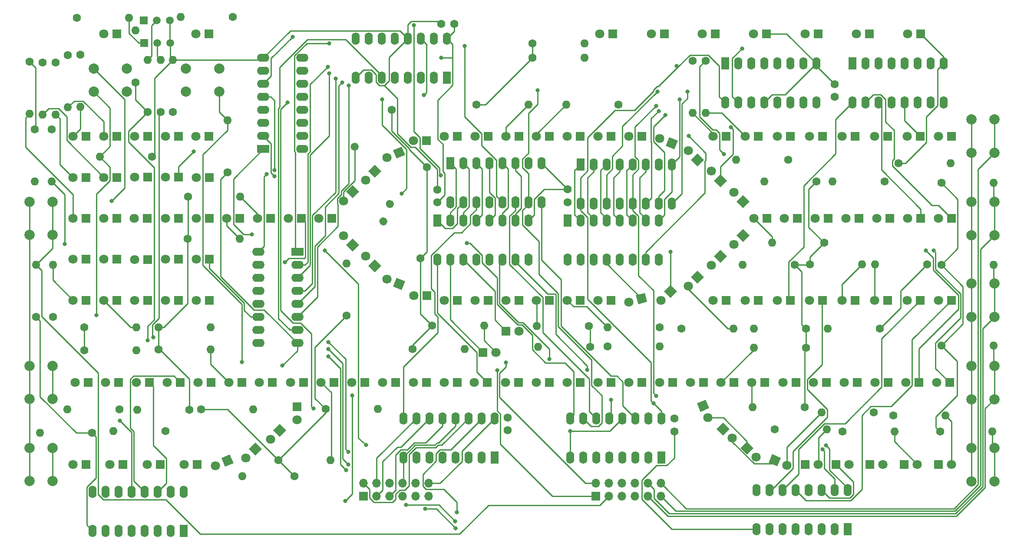
<source format=gbr>
%TF.GenerationSoftware,KiCad,Pcbnew,(5.1.6)-1*%
%TF.CreationDate,2020-06-24T17:28:05+01:00*%
%TF.ProjectId,panel-display,70616e65-6c2d-4646-9973-706c61792e6b,rev?*%
%TF.SameCoordinates,Original*%
%TF.FileFunction,Copper,L2,Bot*%
%TF.FilePolarity,Positive*%
%FSLAX46Y46*%
G04 Gerber Fmt 4.6, Leading zero omitted, Abs format (unit mm)*
G04 Created by KiCad (PCBNEW (5.1.6)-1) date 2020-06-24 17:28:05*
%MOMM*%
%LPD*%
G01*
G04 APERTURE LIST*
%TA.AperFunction,ComponentPad*%
%ADD10R,2.400000X1.600000*%
%TD*%
%TA.AperFunction,ComponentPad*%
%ADD11O,2.400000X1.600000*%
%TD*%
%TA.AperFunction,ComponentPad*%
%ADD12R,1.600000X2.400000*%
%TD*%
%TA.AperFunction,ComponentPad*%
%ADD13O,1.600000X2.400000*%
%TD*%
%TA.AperFunction,ComponentPad*%
%ADD14O,1.700000X1.700000*%
%TD*%
%TA.AperFunction,ComponentPad*%
%ADD15R,1.700000X1.700000*%
%TD*%
%TA.AperFunction,ComponentPad*%
%ADD16C,0.100000*%
%TD*%
%TA.AperFunction,ComponentPad*%
%ADD17C,1.800000*%
%TD*%
%TA.AperFunction,ComponentPad*%
%ADD18C,1.600000*%
%TD*%
%TA.AperFunction,ComponentPad*%
%ADD19O,1.600000X1.600000*%
%TD*%
%TA.AperFunction,ComponentPad*%
%ADD20C,1.520000*%
%TD*%
%TA.AperFunction,ComponentPad*%
%ADD21R,1.520000X1.520000*%
%TD*%
%TA.AperFunction,ComponentPad*%
%ADD22R,1.800000X1.800000*%
%TD*%
%TA.AperFunction,ComponentPad*%
%ADD23C,2.000000*%
%TD*%
%TA.AperFunction,ViaPad*%
%ADD24C,0.800000*%
%TD*%
%TA.AperFunction,Conductor*%
%ADD25C,0.250000*%
%TD*%
G04 APERTURE END LIST*
D10*
%TO.P,U7,1*%
%TO.N,Net-(U10-Pad15)*%
X105587800Y-86385400D03*
D11*
%TO.P,U7,9*%
%TO.N,Net-(U7-Pad9)*%
X97967800Y-104165400D03*
%TO.P,U7,2*%
%TO.N,Net-(U10-Pad1)*%
X105587800Y-88925400D03*
%TO.P,U7,10*%
%TO.N,/LED33*%
X97967800Y-101625400D03*
%TO.P,U7,3*%
%TO.N,Net-(U10-Pad2)*%
X105587800Y-91465400D03*
%TO.P,U7,11*%
%TO.N,/LED9*%
X97967800Y-99085400D03*
%TO.P,U7,4*%
%TO.N,Net-(U10-Pad3)*%
X105587800Y-94005400D03*
%TO.P,U7,12*%
%TO.N,/LED34*%
X97967800Y-96545400D03*
%TO.P,U7,5*%
%TO.N,Net-(U10-Pad4)*%
X105587800Y-96545400D03*
%TO.P,U7,13*%
%TO.N,/LED10*%
X97967800Y-94005400D03*
%TO.P,U7,6*%
%TO.N,Net-(U10-Pad5)*%
X105587800Y-99085400D03*
%TO.P,U7,14*%
%TO.N,/LED35*%
X97967800Y-91465400D03*
%TO.P,U7,7*%
%TO.N,Net-(U10-Pad6)*%
X105587800Y-101625400D03*
%TO.P,U7,15*%
%TO.N,/LED11*%
X97967800Y-88925400D03*
%TO.P,U7,8*%
%TO.N,GND*%
X105587800Y-104165400D03*
%TO.P,U7,16*%
%TO.N,/LED36*%
X97967800Y-86385400D03*
%TD*%
D12*
%TO.P,U8,1*%
%TO.N,Net-(U11-Pad15)*%
X158242000Y-80264000D03*
D13*
%TO.P,U8,9*%
%TO.N,Net-(U8-Pad9)*%
X176022000Y-87884000D03*
%TO.P,U8,2*%
%TO.N,Net-(U11-Pad1)*%
X160782000Y-80264000D03*
%TO.P,U8,10*%
%TO.N,/LED12*%
X173482000Y-87884000D03*
%TO.P,U8,3*%
%TO.N,Net-(U11-Pad2)*%
X163322000Y-80264000D03*
%TO.P,U8,11*%
%TO.N,/LED40*%
X170942000Y-87884000D03*
%TO.P,U8,4*%
%TO.N,Net-(U11-Pad3)*%
X165862000Y-80264000D03*
%TO.P,U8,12*%
%TO.N,/LED16*%
X168402000Y-87884000D03*
%TO.P,U8,5*%
%TO.N,Net-(U11-Pad4)*%
X168402000Y-80264000D03*
%TO.P,U8,13*%
%TO.N,/LED39*%
X165862000Y-87884000D03*
%TO.P,U8,6*%
%TO.N,Net-(U11-Pad5)*%
X170942000Y-80264000D03*
%TO.P,U8,14*%
%TO.N,/LED15*%
X163322000Y-87884000D03*
%TO.P,U8,7*%
%TO.N,Net-(U11-Pad6)*%
X173482000Y-80264000D03*
%TO.P,U8,15*%
%TO.N,/LED38*%
X160782000Y-87884000D03*
%TO.P,U8,8*%
%TO.N,GND*%
X176022000Y-80264000D03*
%TO.P,U8,16*%
%TO.N,/LED14*%
X158242000Y-87884000D03*
%TD*%
D14*
%TO.P,J1,12*%
%TO.N,/Panel Display Buttons/PB-GS*%
X176453800Y-131495800D03*
%TO.P,J1,11*%
%TO.N,/Panel Display Buttons/PB-PL1*%
X176453800Y-134035800D03*
%TO.P,J1,10*%
%TO.N,/Panel Display Buttons/PB-PL2*%
X173913800Y-131495800D03*
%TO.P,J1,9*%
%TO.N,/Panel Display Buttons/PB-MLE*%
X173913800Y-134035800D03*
%TO.P,J1,8*%
%TO.N,/Panel Display Buttons/PB-SD*%
X171373800Y-131495800D03*
%TO.P,J1,7*%
%TO.N,Net-(J1-Pad7)*%
X171373800Y-134035800D03*
%TO.P,J1,6*%
%TO.N,Net-(J1-Pad6)*%
X168833800Y-131495800D03*
%TO.P,J1,5*%
%TO.N,/Panel Display Buttons/PB-DK*%
X168833800Y-134035800D03*
%TO.P,J1,4*%
%TO.N,/Panel Display Buttons/PB-MLW*%
X166293800Y-131495800D03*
%TO.P,J1,3*%
%TO.N,/Panel Display Buttons/PB-FY*%
X166293800Y-134035800D03*
%TO.P,J1,2*%
%TO.N,/Panel Display Buttons/PB-AUX2*%
X163753800Y-131495800D03*
D15*
%TO.P,J1,1*%
%TO.N,/Panel Display Buttons/PB-AUX1*%
X163753800Y-134035800D03*
%TD*%
D12*
%TO.P,U3,1*%
%TO.N,Net-(U3-Pad1)*%
X212852000Y-140462000D03*
D13*
%TO.P,U3,9*%
%TO.N,Net-(U3-Pad9)*%
X195072000Y-132842000D03*
%TO.P,U3,2*%
%TO.N,Net-(U3-Pad2)*%
X210312000Y-140462000D03*
%TO.P,U3,10*%
%TO.N,/LED19*%
X197612000Y-132842000D03*
%TO.P,U3,3*%
%TO.N,Net-(U3-Pad3)*%
X207772000Y-140462000D03*
%TO.P,U3,11*%
%TO.N,/LED44*%
X200152000Y-132842000D03*
%TO.P,U3,4*%
%TO.N,Net-(U3-Pad4)*%
X205232000Y-140462000D03*
%TO.P,U3,12*%
%TO.N,/LED20*%
X202692000Y-132842000D03*
%TO.P,U3,5*%
%TO.N,Net-(U3-Pad5)*%
X202692000Y-140462000D03*
%TO.P,U3,13*%
%TO.N,/LED28*%
X205232000Y-132842000D03*
%TO.P,U3,6*%
%TO.N,Net-(U3-Pad6)*%
X200152000Y-140462000D03*
%TO.P,U3,14*%
%TO.N,/LED4*%
X207772000Y-132842000D03*
%TO.P,U3,7*%
%TO.N,Net-(U3-Pad7)*%
X197612000Y-140462000D03*
%TO.P,U3,15*%
%TO.N,/LED29*%
X210312000Y-132842000D03*
%TO.P,U3,8*%
%TO.N,GND*%
X195072000Y-140462000D03*
%TO.P,U3,16*%
%TO.N,/LED5*%
X212852000Y-132842000D03*
%TD*%
%TA.AperFunction,ComponentPad*%
D16*
%TO.P,D22,1*%
%TO.N,/LED12*%
G36*
X179763307Y-64714724D02*
G01*
X179074476Y-66377707D01*
X177411493Y-65688876D01*
X178100324Y-64025893D01*
X179763307Y-64714724D01*
G37*
%TD.AperFunction*%
D17*
%TO.P,D22,2*%
%TO.N,Net-(D22-Pad2)*%
X176240746Y-64229784D03*
%TD*%
D12*
%TO.P,U6,1*%
%TO.N,Net-(U3-Pad2)*%
X176530000Y-126492000D03*
D13*
%TO.P,U6,9*%
%TO.N,Net-(U10-Pad14)*%
X158750000Y-118872000D03*
%TO.P,U6,2*%
%TO.N,Net-(U3-Pad3)*%
X173990000Y-126492000D03*
%TO.P,U6,10*%
%TO.N,RST*%
X161290000Y-118872000D03*
%TO.P,U6,3*%
%TO.N,Net-(U3-Pad4)*%
X171450000Y-126492000D03*
%TO.P,U6,11*%
%TO.N,DCLK*%
X163830000Y-118872000D03*
%TO.P,U6,4*%
%TO.N,Net-(U3-Pad5)*%
X168910000Y-126492000D03*
%TO.P,U6,12*%
%TO.N,DLAT*%
X166370000Y-118872000D03*
%TO.P,U6,5*%
%TO.N,Net-(U3-Pad6)*%
X166370000Y-126492000D03*
%TO.P,U6,13*%
%TO.N,GND*%
X168910000Y-118872000D03*
%TO.P,U6,6*%
%TO.N,Net-(U3-Pad7)*%
X163830000Y-126492000D03*
%TO.P,U6,14*%
%TO.N,Net-(U5-Pad9)*%
X171450000Y-118872000D03*
%TO.P,U6,7*%
%TO.N,EX3*%
X161290000Y-126492000D03*
%TO.P,U6,15*%
%TO.N,Net-(U3-Pad1)*%
X173990000Y-118872000D03*
%TO.P,U6,8*%
%TO.N,GND*%
X158750000Y-126492000D03*
%TO.P,U6,16*%
%TO.N,+5V*%
X176530000Y-118872000D03*
%TD*%
D12*
%TO.P,U5,1*%
%TO.N,Net-(U2-Pad2)*%
X135382000Y-69088000D03*
D13*
%TO.P,U5,9*%
%TO.N,Net-(U5-Pad9)*%
X153162000Y-76708000D03*
%TO.P,U5,2*%
%TO.N,Net-(U2-Pad3)*%
X137922000Y-69088000D03*
%TO.P,U5,10*%
%TO.N,RST*%
X150622000Y-76708000D03*
%TO.P,U5,3*%
%TO.N,Net-(U2-Pad4)*%
X140462000Y-69088000D03*
%TO.P,U5,11*%
%TO.N,DCLK*%
X148082000Y-76708000D03*
%TO.P,U5,4*%
%TO.N,Net-(U2-Pad5)*%
X143002000Y-69088000D03*
%TO.P,U5,12*%
%TO.N,DLAT*%
X145542000Y-76708000D03*
%TO.P,U5,5*%
%TO.N,Net-(U2-Pad6)*%
X145542000Y-69088000D03*
%TO.P,U5,13*%
%TO.N,GND*%
X143002000Y-76708000D03*
%TO.P,U5,6*%
%TO.N,Net-(U2-Pad7)*%
X148082000Y-69088000D03*
%TO.P,U5,14*%
%TO.N,Net-(U4-Pad9)*%
X140462000Y-76708000D03*
%TO.P,U5,7*%
%TO.N,EX2*%
X150622000Y-69088000D03*
%TO.P,U5,15*%
%TO.N,Net-(U2-Pad1)*%
X137922000Y-76708000D03*
%TO.P,U5,8*%
%TO.N,GND*%
X153162000Y-69088000D03*
%TO.P,U5,16*%
%TO.N,+5V*%
X135382000Y-76708000D03*
%TD*%
D12*
%TO.P,U4,1*%
%TO.N,Net-(U1-Pad2)*%
X144018000Y-126492000D03*
D13*
%TO.P,U4,9*%
%TO.N,Net-(U4-Pad9)*%
X126238000Y-118872000D03*
%TO.P,U4,2*%
%TO.N,Net-(U1-Pad3)*%
X141478000Y-126492000D03*
%TO.P,U4,10*%
%TO.N,RST*%
X128778000Y-118872000D03*
%TO.P,U4,3*%
%TO.N,Net-(U1-Pad4)*%
X138938000Y-126492000D03*
%TO.P,U4,11*%
%TO.N,DCLK*%
X131318000Y-118872000D03*
%TO.P,U4,4*%
%TO.N,Net-(U1-Pad5)*%
X136398000Y-126492000D03*
%TO.P,U4,12*%
%TO.N,DLAT*%
X133858000Y-118872000D03*
%TO.P,U4,5*%
%TO.N,Net-(U1-Pad6)*%
X133858000Y-126492000D03*
%TO.P,U4,13*%
%TO.N,GND*%
X136398000Y-118872000D03*
%TO.P,U4,6*%
%TO.N,Net-(U1-Pad7)*%
X131318000Y-126492000D03*
%TO.P,U4,14*%
%TO.N,DATA*%
X138938000Y-118872000D03*
%TO.P,U4,7*%
%TO.N,EX1*%
X128778000Y-126492000D03*
%TO.P,U4,15*%
%TO.N,Net-(U1-Pad1)*%
X141478000Y-118872000D03*
%TO.P,U4,8*%
%TO.N,GND*%
X126238000Y-126492000D03*
%TO.P,U4,16*%
%TO.N,+5V*%
X144018000Y-118872000D03*
%TD*%
D12*
%TO.P,U2,1*%
%TO.N,Net-(U2-Pad1)*%
X132842000Y-80264000D03*
D13*
%TO.P,U2,9*%
%TO.N,Net-(U2-Pad9)*%
X150622000Y-87884000D03*
%TO.P,U2,2*%
%TO.N,Net-(U2-Pad2)*%
X135382000Y-80264000D03*
%TO.P,U2,10*%
%TO.N,/LED27*%
X148082000Y-87884000D03*
%TO.P,U2,3*%
%TO.N,Net-(U2-Pad3)*%
X137922000Y-80264000D03*
%TO.P,U2,11*%
%TO.N,/LED3*%
X145542000Y-87884000D03*
%TO.P,U2,4*%
%TO.N,Net-(U2-Pad4)*%
X140462000Y-80264000D03*
%TO.P,U2,12*%
%TO.N,/LED26*%
X143002000Y-87884000D03*
%TO.P,U2,5*%
%TO.N,Net-(U2-Pad5)*%
X143002000Y-80264000D03*
%TO.P,U2,13*%
%TO.N,/LED2*%
X140462000Y-87884000D03*
%TO.P,U2,6*%
%TO.N,Net-(U2-Pad6)*%
X145542000Y-80264000D03*
%TO.P,U2,14*%
%TO.N,/LED48*%
X137922000Y-87884000D03*
%TO.P,U2,7*%
%TO.N,Net-(U2-Pad7)*%
X148082000Y-80264000D03*
%TO.P,U2,15*%
%TO.N,/LED24*%
X135382000Y-87884000D03*
%TO.P,U2,8*%
%TO.N,GND*%
X150622000Y-80264000D03*
%TO.P,U2,16*%
%TO.N,/LED47*%
X132842000Y-87884000D03*
%TD*%
D12*
%TO.P,U1,1*%
%TO.N,Net-(U1-Pad1)*%
X83439000Y-140766800D03*
D13*
%TO.P,U1,9*%
%TO.N,Net-(U1-Pad9)*%
X65659000Y-133146800D03*
%TO.P,U1,2*%
%TO.N,Net-(U1-Pad2)*%
X80899000Y-140766800D03*
%TO.P,U1,10*%
%TO.N,/LED23*%
X68199000Y-133146800D03*
%TO.P,U1,3*%
%TO.N,Net-(U1-Pad3)*%
X78359000Y-140766800D03*
%TO.P,U1,11*%
%TO.N,/LED46*%
X70739000Y-133146800D03*
%TO.P,U1,4*%
%TO.N,Net-(U1-Pad4)*%
X75819000Y-140766800D03*
%TO.P,U1,12*%
%TO.N,/LED22*%
X73279000Y-133146800D03*
%TO.P,U1,5*%
%TO.N,Net-(U1-Pad5)*%
X73279000Y-140766800D03*
%TO.P,U1,13*%
%TO.N,/LED45*%
X75819000Y-133146800D03*
%TO.P,U1,6*%
%TO.N,Net-(U1-Pad6)*%
X70739000Y-140766800D03*
%TO.P,U1,14*%
%TO.N,/LED21*%
X78359000Y-133146800D03*
%TO.P,U1,7*%
%TO.N,Net-(U1-Pad7)*%
X68199000Y-140766800D03*
%TO.P,U1,15*%
%TO.N,/LED25*%
X80899000Y-133146800D03*
%TO.P,U1,8*%
%TO.N,GND*%
X65659000Y-140766800D03*
%TO.P,U1,16*%
%TO.N,/LED1*%
X83439000Y-133146800D03*
%TD*%
D18*
%TO.P,R68,1*%
%TO.N,+12P*%
X140462000Y-57658000D03*
D19*
%TO.P,R68,2*%
%TO.N,Net-(D53-Pad2)*%
X150622000Y-57658000D03*
%TD*%
D18*
%TO.P,R67,1*%
%TO.N,+12P*%
X168148000Y-57658000D03*
D19*
%TO.P,R67,2*%
%TO.N,Net-(D47-Pad2)*%
X157988000Y-57658000D03*
%TD*%
D18*
%TO.P,R66,1*%
%TO.N,+12P*%
X123952000Y-58674000D03*
%TO.P,R66,2*%
%TO.N,Net-(D52-Pad2)*%
%TA.AperFunction,ComponentPad*%
G36*
G01*
X117333480Y-65292520D02*
X117333480Y-65292520D01*
G75*
G02*
X117333480Y-66423890I-565685J-565685D01*
G01*
X117333480Y-66423890D01*
G75*
G02*
X116202110Y-66423890I-565685J565685D01*
G01*
X116202110Y-66423890D01*
G75*
G02*
X116202110Y-65292520I565685J565685D01*
G01*
X116202110Y-65292520D01*
G75*
G02*
X117333480Y-65292520I565685J-565685D01*
G01*
G37*
%TD.AperFunction*%
%TD*%
%TO.P,R65,1*%
%TO.N,+12P*%
X130810000Y-69862700D03*
%TO.P,R65,2*%
%TO.N,Net-(D46-Pad2)*%
%TA.AperFunction,ComponentPad*%
G36*
G01*
X124191480Y-76481220D02*
X124191480Y-76481220D01*
G75*
G02*
X124191480Y-77612590I-565685J-565685D01*
G01*
X124191480Y-77612590D01*
G75*
G02*
X123060110Y-77612590I-565685J565685D01*
G01*
X123060110Y-77612590D01*
G75*
G02*
X123060110Y-76481220I565685J565685D01*
G01*
X123060110Y-76481220D01*
G75*
G02*
X124191480Y-76481220I565685J-565685D01*
G01*
G37*
%TD.AperFunction*%
%TD*%
%TO.P,R64,1*%
%TO.N,+12P*%
X162661600Y-104863900D03*
D19*
%TO.P,R64,2*%
%TO.N,Net-(D105-Pad2)*%
X152501600Y-104863900D03*
%TD*%
D18*
%TO.P,R63,1*%
%TO.N,+12P*%
X128054100Y-105321100D03*
D19*
%TO.P,R63,2*%
%TO.N,Net-(D14-Pad2)*%
X138214100Y-105321100D03*
%TD*%
D18*
%TO.P,R62,1*%
%TO.N,+12P*%
X78486000Y-105410000D03*
D19*
%TO.P,R62,2*%
%TO.N,Net-(D103-Pad2)*%
X88646000Y-105410000D03*
%TD*%
D18*
%TO.P,R61,1*%
%TO.N,+12P*%
X84493100Y-117144800D03*
D19*
%TO.P,R61,2*%
%TO.N,Net-(D95-Pad2)*%
X74333100Y-117144800D03*
%TD*%
D18*
%TO.P,R60,1*%
%TO.N,+12P*%
X205486000Y-88836500D03*
D19*
%TO.P,R60,2*%
%TO.N,Net-(D88-Pad2)*%
X215646000Y-88836500D03*
%TD*%
D18*
%TO.P,R59,1*%
%TO.N,+12P*%
X204724000Y-101346000D03*
D19*
%TO.P,R59,2*%
%TO.N,Net-(D82-Pad2)*%
X194564000Y-101346000D03*
%TD*%
D18*
%TO.P,R58,1*%
%TO.N,+12P*%
X220078300Y-72644000D03*
D19*
%TO.P,R58,2*%
%TO.N,Net-(D81-Pad2)*%
X209918300Y-72644000D03*
%TD*%
D18*
%TO.P,R57,1*%
%TO.N,+12P*%
X182626000Y-49123600D03*
D19*
%TO.P,R57,2*%
%TO.N,Net-(D78-Pad2)*%
X182626000Y-59283600D03*
%TD*%
D18*
%TO.P,R56,1*%
%TO.N,+12P*%
X129540000Y-87630000D03*
%TO.P,R56,2*%
%TO.N,Net-(D67-Pad2)*%
%TA.AperFunction,ComponentPad*%
G36*
G01*
X122921480Y-81011480D02*
X122921480Y-81011480D01*
G75*
G02*
X121790110Y-81011480I-565685J565685D01*
G01*
X121790110Y-81011480D01*
G75*
G02*
X121790110Y-79880110I565685J565685D01*
G01*
X121790110Y-79880110D01*
G75*
G02*
X122921480Y-79880110I565685J-565685D01*
G01*
X122921480Y-79880110D01*
G75*
G02*
X122921480Y-81011480I-565685J-565685D01*
G01*
G37*
%TD.AperFunction*%
%TD*%
%TO.P,R55,1*%
%TO.N,+12P*%
X176225200Y-101104700D03*
D19*
%TO.P,R55,2*%
%TO.N,Net-(D63-Pad2)*%
X166065200Y-101104700D03*
%TD*%
D18*
%TO.P,R54,1*%
%TO.N,+12P*%
X180467000Y-101346000D03*
D19*
%TO.P,R54,2*%
%TO.N,Net-(D71-Pad2)*%
X190627000Y-101346000D03*
%TD*%
D18*
%TO.P,R53,1*%
%TO.N,+12P*%
X201244200Y-68427600D03*
D19*
%TO.P,R53,2*%
%TO.N,Net-(D69-Pad2)*%
X191084200Y-68427600D03*
%TD*%
D18*
%TO.P,R52,1*%
%TO.N,+12P*%
X84175600Y-83807300D03*
D19*
%TO.P,R52,2*%
%TO.N,Net-(D24-Pad2)*%
X94335600Y-83807300D03*
%TD*%
D18*
%TO.P,R51,1*%
%TO.N,+12P*%
X64008000Y-101092000D03*
D19*
%TO.P,R51,2*%
%TO.N,Net-(D41-Pad2)*%
X74168000Y-101092000D03*
%TD*%
D18*
%TO.P,R50,1*%
%TO.N,+12P*%
X57658000Y-62484000D03*
D19*
%TO.P,R50,2*%
%TO.N,Net-(D35-Pad2)*%
X57658000Y-72644000D03*
%TD*%
D18*
%TO.P,R49,1*%
%TO.N,+12P*%
X54356000Y-62484000D03*
D19*
%TO.P,R49,2*%
%TO.N,Net-(D29-Pad2)*%
X54356000Y-72644000D03*
%TD*%
D18*
%TO.P,R48,1*%
%TO.N,+12P*%
X55905400Y-49479200D03*
D19*
%TO.P,R48,2*%
%TO.N,Net-(D21-Pad2)*%
X55905400Y-59639200D03*
%TD*%
D18*
%TO.P,R47,1*%
%TO.N,+12P*%
X60858400Y-48006000D03*
D19*
%TO.P,R47,2*%
%TO.N,Net-(D13-Pad2)*%
X60858400Y-58166000D03*
%TD*%
D18*
%TO.P,R46,1*%
%TO.N,+12P*%
X198691500Y-120967500D03*
D19*
%TO.P,R46,2*%
%TO.N,Net-(D113-Pad2)*%
X208851500Y-120967500D03*
%TD*%
D18*
%TO.P,R45,1*%
%TO.N,+12P*%
X221792800Y-118287800D03*
D19*
%TO.P,R45,2*%
%TO.N,Net-(D134-Pad2)*%
X231952800Y-118287800D03*
%TD*%
D18*
%TO.P,R44,1*%
%TO.N,+12P*%
X166077900Y-104838500D03*
D19*
%TO.P,R44,2*%
%TO.N,Net-(D118-Pad2)*%
X176237900Y-104838500D03*
%TD*%
D18*
%TO.P,R43,1*%
%TO.N,+12P*%
X204724000Y-105029000D03*
D19*
%TO.P,R43,2*%
%TO.N,Net-(D136-Pad2)*%
X194564000Y-105029000D03*
%TD*%
D18*
%TO.P,R42,1*%
%TO.N,+12P*%
X105003600Y-130149600D03*
D19*
%TO.P,R42,2*%
%TO.N,Net-(D106-Pad2)*%
X94843600Y-130149600D03*
%TD*%
D18*
%TO.P,R41,1*%
%TO.N,+12P*%
X131813300Y-100761800D03*
D19*
%TO.P,R41,2*%
%TO.N,Net-(D101-Pad2)*%
X141973300Y-100761800D03*
%TD*%
D18*
%TO.P,R40,1*%
%TO.N,+12P*%
X101854000Y-127000000D03*
D19*
%TO.P,R40,2*%
%TO.N,Net-(D100-Pad2)*%
X112014000Y-127000000D03*
%TD*%
D18*
%TO.P,R39,1*%
%TO.N,+12P*%
X86779100Y-117132100D03*
D19*
%TO.P,R39,2*%
%TO.N,Net-(D99-Pad2)*%
X96939100Y-117132100D03*
%TD*%
D18*
%TO.P,R38,1*%
%TO.N,+12P*%
X64008000Y-105549700D03*
D19*
%TO.P,R38,2*%
%TO.N,Net-(D91-Pad2)*%
X74168000Y-105549700D03*
%TD*%
D18*
%TO.P,R37,1*%
%TO.N,+12P*%
X228346000Y-88836500D03*
D19*
%TO.P,R37,2*%
%TO.N,Net-(D84-Pad2)*%
X218186000Y-88836500D03*
%TD*%
D18*
%TO.P,R36,1*%
%TO.N,+12P*%
X219163900Y-101346000D03*
D19*
%TO.P,R36,2*%
%TO.N,Net-(D86-Pad2)*%
X209003900Y-101346000D03*
%TD*%
D18*
%TO.P,R35,1*%
%TO.N,+12P*%
X208280000Y-84582000D03*
D19*
%TO.P,R35,2*%
%TO.N,Net-(D77-Pad2)*%
X198120000Y-84582000D03*
%TD*%
D18*
%TO.P,R34,1*%
%TO.N,+12P*%
X185166000Y-49098200D03*
D19*
%TO.P,R34,2*%
%TO.N,Net-(D75-Pad2)*%
X185166000Y-59258200D03*
%TD*%
D18*
%TO.P,R33,1*%
%TO.N,+12P*%
X115176300Y-98831400D03*
D19*
%TO.P,R33,2*%
%TO.N,Net-(D60-Pad2)*%
X115176300Y-88671400D03*
%TD*%
D18*
%TO.P,R32,1*%
%TO.N,+12P*%
X162407600Y-100825300D03*
D19*
%TO.P,R32,2*%
%TO.N,Net-(D56-Pad2)*%
X152247600Y-100825300D03*
%TD*%
D18*
%TO.P,R31,1*%
%TO.N,+12P*%
X202526900Y-88861900D03*
D19*
%TO.P,R31,2*%
%TO.N,Net-(D73-Pad2)*%
X192366900Y-88861900D03*
%TD*%
D18*
%TO.P,R30,1*%
%TO.N,+12P*%
X206819500Y-72631300D03*
D19*
%TO.P,R30,2*%
%TO.N,Net-(D72-Pad2)*%
X196659500Y-72631300D03*
%TD*%
D18*
%TO.P,R29,1*%
%TO.N,+12P*%
X84251800Y-75603100D03*
D19*
%TO.P,R29,2*%
%TO.N,Net-(D16-Pad2)*%
X94411800Y-75603100D03*
%TD*%
D18*
%TO.P,R28,1*%
%TO.N,+12P*%
X57912000Y-99060000D03*
D19*
%TO.P,R28,2*%
%TO.N,Net-(D38-Pad2)*%
X57912000Y-88900000D03*
%TD*%
D18*
%TO.P,R27,1*%
%TO.N,+12P*%
X78486000Y-101092000D03*
D19*
%TO.P,R27,2*%
%TO.N,Net-(D32-Pad2)*%
X88646000Y-101092000D03*
%TD*%
D18*
%TO.P,R26,1*%
%TO.N,+12P*%
X53390800Y-49301400D03*
D19*
%TO.P,R26,2*%
%TO.N,Net-(D26-Pad2)*%
X53390800Y-59461400D03*
%TD*%
D18*
%TO.P,R25,1*%
%TO.N,+12P*%
X58470800Y-49403000D03*
D19*
%TO.P,R25,2*%
%TO.N,Net-(D18-Pad2)*%
X58470800Y-59563000D03*
%TD*%
D18*
%TO.P,R24,1*%
%TO.N,+12P*%
X63271400Y-47929800D03*
D19*
%TO.P,R24,2*%
%TO.N,Net-(D10-Pad2)*%
X63271400Y-58089800D03*
%TD*%
D18*
%TO.P,R23,1*%
%TO.N,+12P*%
X217944700Y-117652800D03*
D19*
%TO.P,R23,2*%
%TO.N,Net-(D114-Pad2)*%
X207784700Y-117652800D03*
%TD*%
D18*
%TO.P,R22,1*%
%TO.N,+12P*%
X211836000Y-121412000D03*
D19*
%TO.P,R22,2*%
%TO.N,Net-(D127-Pad2)*%
X221996000Y-121412000D03*
%TD*%
D18*
%TO.P,R21,1*%
%TO.N,+12P*%
X111074200Y-117043200D03*
D19*
%TO.P,R21,2*%
%TO.N,Net-(D109-Pad2)*%
X121234200Y-117043200D03*
%TD*%
D18*
%TO.P,R20,1*%
%TO.N,+12P*%
X204470000Y-116674900D03*
D19*
%TO.P,R20,2*%
%TO.N,Net-(D129-Pad2)*%
X194310000Y-116674900D03*
%TD*%
D18*
%TO.P,R19,1*%
%TO.N,+12P*%
X79883000Y-121285000D03*
D19*
%TO.P,R19,2*%
%TO.N,Net-(D117-Pad2)*%
X69723000Y-121285000D03*
%TD*%
D18*
%TO.P,R18,1*%
%TO.N,+12P*%
X151384000Y-48514000D03*
D19*
%TO.P,R18,2*%
%TO.N,Net-(D7-Pad2)*%
X161544000Y-48514000D03*
%TD*%
D18*
%TO.P,R17,1*%
%TO.N,+12P*%
X151384000Y-45720000D03*
D19*
%TO.P,R17,2*%
%TO.N,Net-(D3-Pad2)*%
X161544000Y-45720000D03*
%TD*%
D18*
%TO.P,R16,1*%
%TO.N,Net-(D2-Pad1)*%
X92976700Y-40563800D03*
D19*
%TO.P,R16,2*%
%TO.N,Net-(Q2-Pad1)*%
X82816700Y-40563800D03*
%TD*%
D18*
%TO.P,R15,1*%
%TO.N,Net-(D1-Pad1)*%
X62636400Y-40754300D03*
D19*
%TO.P,R15,2*%
%TO.N,Net-(Q1-Pad1)*%
X72796400Y-40754300D03*
%TD*%
D18*
%TO.P,R14,1*%
%TO.N,/LED Aux/AUX2*%
X74028300Y-53340000D03*
D19*
%TO.P,R14,2*%
%TO.N,GND*%
X74028300Y-43180000D03*
%TD*%
D18*
%TO.P,R13,1*%
%TO.N,/LED Aux/AUX1*%
X81318100Y-59118500D03*
D19*
%TO.P,R13,2*%
%TO.N,GND*%
X81318100Y-48958500D03*
%TD*%
D18*
%TO.P,R12,1*%
%TO.N,/LED Aux/AUX2*%
X76390500Y-59093100D03*
D19*
%TO.P,R12,2*%
%TO.N,Net-(Q2-Pad2)*%
X76390500Y-48933100D03*
%TD*%
D18*
%TO.P,R11,1*%
%TO.N,/LED Aux/AUX1*%
X78905100Y-59105800D03*
D19*
%TO.P,R11,2*%
%TO.N,Net-(Q1-Pad2)*%
X78905100Y-48945800D03*
%TD*%
D18*
%TO.P,R10,1*%
%TO.N,GND*%
X230886000Y-121412000D03*
D19*
%TO.P,R10,2*%
%TO.N,/Panel Display Buttons/PB-SD*%
X241046000Y-121412000D03*
%TD*%
D18*
%TO.P,R9,1*%
%TO.N,GND*%
X231140000Y-104648000D03*
D19*
%TO.P,R9,2*%
%TO.N,/Panel Display Buttons/PB-MLE*%
X241300000Y-104648000D03*
%TD*%
D18*
%TO.P,R8,1*%
%TO.N,GND*%
X231140000Y-88900000D03*
D19*
%TO.P,R8,2*%
%TO.N,/Panel Display Buttons/PB-PL2*%
X241300000Y-88900000D03*
%TD*%
D18*
%TO.P,R7,1*%
%TO.N,GND*%
X231140000Y-72898000D03*
D19*
%TO.P,R7,2*%
%TO.N,/Panel Display Buttons/PB-PL1*%
X241300000Y-72898000D03*
%TD*%
D18*
%TO.P,R6,1*%
%TO.N,GND*%
X222758000Y-69088000D03*
D19*
%TO.P,R6,2*%
%TO.N,/Panel Display Buttons/PB-GS*%
X232918000Y-69088000D03*
%TD*%
D18*
%TO.P,R5,1*%
%TO.N,GND*%
X65532000Y-121666000D03*
D19*
%TO.P,R5,2*%
%TO.N,/Panel Display Buttons/PB-DK*%
X55372000Y-121666000D03*
%TD*%
D18*
%TO.P,R4,1*%
%TO.N,GND*%
X70866000Y-117094000D03*
D19*
%TO.P,R4,2*%
%TO.N,/Panel Display Buttons/PB-MLW*%
X60706000Y-117094000D03*
%TD*%
D18*
%TO.P,R3,1*%
%TO.N,GND*%
X54610000Y-99060000D03*
D19*
%TO.P,R3,2*%
%TO.N,/Panel Display Buttons/PB-FY*%
X54610000Y-88900000D03*
%TD*%
D18*
%TO.P,R2,1*%
%TO.N,GND*%
X77216000Y-67818000D03*
D19*
%TO.P,R2,2*%
%TO.N,/Panel Display Buttons/PB-AUX2*%
X67056000Y-67818000D03*
%TD*%
D18*
%TO.P,R1,1*%
%TO.N,GND*%
X91948000Y-70866000D03*
D19*
%TO.P,R1,2*%
%TO.N,/Panel Display Buttons/PB-AUX1*%
X91948000Y-60706000D03*
%TD*%
D20*
%TO.P,Q2,2*%
%TO.N,Net-(Q2-Pad2)*%
X78155800Y-41224200D03*
%TO.P,Q2,3*%
%TO.N,GND*%
X80695800Y-41224200D03*
D21*
%TO.P,Q2,1*%
%TO.N,Net-(Q2-Pad1)*%
X75615800Y-41224200D03*
%TD*%
D20*
%TO.P,Q1,2*%
%TO.N,Net-(Q1-Pad2)*%
X78257400Y-45643800D03*
%TO.P,Q1,3*%
%TO.N,GND*%
X80797400Y-45643800D03*
D21*
%TO.P,Q1,1*%
%TO.N,Net-(Q1-Pad1)*%
X75717400Y-45643800D03*
%TD*%
D22*
%TO.P,D144,1*%
%TO.N,/LED42*%
X227126800Y-79857600D03*
D17*
%TO.P,D144,2*%
%TO.N,Net-(D144-Pad2)*%
X224586800Y-79857600D03*
%TD*%
D22*
%TO.P,D142,1*%
%TO.N,/LED18*%
X233095800Y-79832200D03*
D17*
%TO.P,D142,2*%
%TO.N,Net-(D139-Pad1)*%
X230555800Y-79832200D03*
%TD*%
D22*
%TO.P,D141,1*%
%TO.N,Net-(D140-Pad2)*%
X220700600Y-63830200D03*
D17*
%TO.P,D141,2*%
%TO.N,Net-(D141-Pad2)*%
X218160600Y-63830200D03*
%TD*%
D22*
%TO.P,D140,1*%
%TO.N,/LED17*%
X233095800Y-63830200D03*
D17*
%TO.P,D140,2*%
%TO.N,Net-(D140-Pad2)*%
X230555800Y-63830200D03*
%TD*%
D22*
%TO.P,D139,1*%
%TO.N,Net-(D139-Pad1)*%
X221132400Y-79832200D03*
D17*
%TO.P,D139,2*%
%TO.N,Net-(D139-Pad2)*%
X218592400Y-79832200D03*
%TD*%
D22*
%TO.P,D137,1*%
%TO.N,Net-(D132-Pad2)*%
X202768200Y-111836200D03*
D17*
%TO.P,D137,2*%
%TO.N,Net-(D136-Pad1)*%
X200228200Y-111836200D03*
%TD*%
D22*
%TO.P,D136,1*%
%TO.N,Net-(D136-Pad1)*%
X190728600Y-111836200D03*
D17*
%TO.P,D136,2*%
%TO.N,Net-(D136-Pad2)*%
X188188600Y-111836200D03*
%TD*%
D22*
%TO.P,D135,1*%
%TO.N,/LED28*%
X217220800Y-127838200D03*
D17*
%TO.P,D135,2*%
%TO.N,Net-(D134-Pad1)*%
X219760800Y-127838200D03*
%TD*%
D22*
%TO.P,D134,1*%
%TO.N,Net-(D134-Pad1)*%
X230555800Y-127838200D03*
D17*
%TO.P,D134,2*%
%TO.N,Net-(D134-Pad2)*%
X233095800Y-127838200D03*
%TD*%
D22*
%TO.P,D133,1*%
%TO.N,/LED26*%
X226745800Y-111836200D03*
D17*
%TO.P,D133,2*%
%TO.N,Net-(D132-Pad1)*%
X224205800Y-111836200D03*
%TD*%
D22*
%TO.P,D132,1*%
%TO.N,Net-(D132-Pad1)*%
X214757000Y-111810800D03*
D17*
%TO.P,D132,2*%
%TO.N,Net-(D132-Pad2)*%
X212217000Y-111810800D03*
%TD*%
D22*
%TO.P,D131,1*%
%TO.N,Net-(D130-Pad2)*%
X208762600Y-111836200D03*
D17*
%TO.P,D131,2*%
%TO.N,Net-(D129-Pad1)*%
X206222600Y-111836200D03*
%TD*%
D22*
%TO.P,D130,1*%
%TO.N,Net-(D125-Pad2)*%
X220751400Y-111836200D03*
D17*
%TO.P,D130,2*%
%TO.N,Net-(D130-Pad2)*%
X218211400Y-111836200D03*
%TD*%
D22*
%TO.P,D129,1*%
%TO.N,Net-(D129-Pad1)*%
X196748400Y-111836200D03*
D17*
%TO.P,D129,2*%
%TO.N,Net-(D129-Pad2)*%
X194208400Y-111836200D03*
%TD*%
D22*
%TO.P,D127,1*%
%TO.N,Net-(D127-Pad1)*%
X223901000Y-127838200D03*
D17*
%TO.P,D127,2*%
%TO.N,Net-(D127-Pad2)*%
X226441000Y-127838200D03*
%TD*%
D22*
%TO.P,D125,1*%
%TO.N,/LED2*%
X232740200Y-111861600D03*
D17*
%TO.P,D125,2*%
%TO.N,Net-(D125-Pad2)*%
X230200200Y-111861600D03*
%TD*%
%TA.AperFunction,ComponentPad*%
D16*
%TO.P,D124,1*%
%TO.N,/LED29*%
G36*
X183507493Y-115895724D02*
G01*
X185170476Y-115206893D01*
X185859307Y-116869876D01*
X184196324Y-117558707D01*
X183507493Y-115895724D01*
G37*
%TD.AperFunction*%
D17*
%TO.P,D124,2*%
%TO.N,Net-(D123-Pad1)*%
X185655416Y-118729454D03*
%TD*%
%TA.AperFunction,ComponentPad*%
D16*
%TO.P,D123,1*%
%TO.N,Net-(D123-Pad1)*%
G36*
X191970408Y-124587000D02*
G01*
X193243200Y-123314208D01*
X194515992Y-124587000D01*
X193243200Y-125859792D01*
X191970408Y-124587000D01*
G37*
%TD.AperFunction*%
D17*
%TO.P,D123,2*%
%TO.N,Net-(D113-Pad1)*%
X195039251Y-126383051D03*
%TD*%
%TA.AperFunction,ComponentPad*%
D16*
%TO.P,D122,1*%
%TO.N,Net-(D121-Pad2)*%
G36*
X92435076Y-125925693D02*
G01*
X93123907Y-127588676D01*
X91460924Y-128277507D01*
X90772093Y-126614524D01*
X92435076Y-125925693D01*
G37*
%TD.AperFunction*%
D17*
%TO.P,D122,2*%
%TO.N,Net-(D116-Pad1)*%
X89601346Y-128073616D03*
%TD*%
%TA.AperFunction,ComponentPad*%
D16*
%TO.P,D121,1*%
%TO.N,/LED1*%
G36*
X102133400Y-119859808D02*
G01*
X103406192Y-121132600D01*
X102133400Y-122405392D01*
X100860608Y-121132600D01*
X102133400Y-119859808D01*
G37*
%TD.AperFunction*%
D17*
%TO.P,D121,2*%
%TO.N,Net-(D121-Pad2)*%
X100337349Y-122928651D03*
%TD*%
D22*
%TO.P,D120,1*%
%TO.N,/LED27*%
X178765200Y-111836200D03*
D17*
%TO.P,D120,2*%
%TO.N,Net-(D119-Pad1)*%
X176225200Y-111836200D03*
%TD*%
D22*
%TO.P,D119,1*%
%TO.N,Net-(D119-Pad1)*%
X166725600Y-111836200D03*
D17*
%TO.P,D119,2*%
%TO.N,Net-(D118-Pad1)*%
X164185600Y-111836200D03*
%TD*%
D22*
%TO.P,D118,1*%
%TO.N,Net-(D118-Pad1)*%
X154736800Y-111836200D03*
D17*
%TO.P,D118,2*%
%TO.N,Net-(D118-Pad2)*%
X152196800Y-111836200D03*
%TD*%
D22*
%TO.P,D117,1*%
%TO.N,Net-(D116-Pad2)*%
X64414400Y-127838200D03*
D17*
%TO.P,D117,2*%
%TO.N,Net-(D117-Pad2)*%
X61874400Y-127838200D03*
%TD*%
D22*
%TO.P,D116,1*%
%TO.N,Net-(D116-Pad1)*%
X78816200Y-127812800D03*
D17*
%TO.P,D116,2*%
%TO.N,Net-(D116-Pad2)*%
X76276200Y-127812800D03*
%TD*%
%TA.AperFunction,ComponentPad*%
D16*
%TO.P,D115,1*%
%TO.N,/LED5*%
G36*
X187296808Y-120878600D02*
G01*
X188569600Y-119605808D01*
X189842392Y-120878600D01*
X188569600Y-122151392D01*
X187296808Y-120878600D01*
G37*
%TD.AperFunction*%
D17*
%TO.P,D115,2*%
%TO.N,Net-(D114-Pad1)*%
X190365651Y-122674651D03*
%TD*%
%TA.AperFunction,ComponentPad*%
D16*
%TO.P,D114,1*%
%TO.N,Net-(D114-Pad1)*%
G36*
X197477493Y-127512476D02*
G01*
X198166324Y-125849493D01*
X199829307Y-126538324D01*
X199140476Y-128201307D01*
X197477493Y-127512476D01*
G37*
%TD.AperFunction*%
D17*
%TO.P,D114,2*%
%TO.N,Net-(D114-Pad2)*%
X201000054Y-127997416D03*
%TD*%
D22*
%TO.P,D113,1*%
%TO.N,Net-(D113-Pad1)*%
X204546200Y-127838200D03*
D17*
%TO.P,D113,2*%
%TO.N,Net-(D113-Pad2)*%
X207086200Y-127838200D03*
%TD*%
%TA.AperFunction,ComponentPad*%
D16*
%TO.P,D112,1*%
%TO.N,Net-(D111-Pad2)*%
G36*
X97358200Y-123492008D02*
G01*
X98630992Y-124764800D01*
X97358200Y-126037592D01*
X96085408Y-124764800D01*
X97358200Y-123492008D01*
G37*
%TD.AperFunction*%
D17*
%TO.P,D112,2*%
%TO.N,Net-(D104-Pad1)*%
X95562149Y-126560851D03*
%TD*%
D22*
%TO.P,D111,1*%
%TO.N,/LED25*%
X105511600Y-116560600D03*
D17*
%TO.P,D111,2*%
%TO.N,Net-(D111-Pad2)*%
X105511600Y-119100600D03*
%TD*%
D22*
%TO.P,D110,1*%
%TO.N,Net-(D107-Pad2)*%
X160756600Y-111836200D03*
D17*
%TO.P,D110,2*%
%TO.N,Net-(D109-Pad1)*%
X158216600Y-111836200D03*
%TD*%
D22*
%TO.P,D109,1*%
%TO.N,Net-(D109-Pad1)*%
X148742400Y-111836200D03*
D17*
%TO.P,D109,2*%
%TO.N,Net-(D109-Pad2)*%
X146202400Y-111836200D03*
%TD*%
D22*
%TO.P,D108,1*%
%TO.N,/LED3*%
X184734200Y-111836200D03*
D17*
%TO.P,D108,2*%
%TO.N,Net-(D107-Pad1)*%
X182194200Y-111836200D03*
%TD*%
D22*
%TO.P,D107,1*%
%TO.N,Net-(D107-Pad1)*%
X172770800Y-111836200D03*
D17*
%TO.P,D107,2*%
%TO.N,Net-(D107-Pad2)*%
X170230800Y-111836200D03*
%TD*%
D22*
%TO.P,D106,1*%
%TO.N,Net-(D104-Pad2)*%
X71577200Y-127838200D03*
D17*
%TO.P,D106,2*%
%TO.N,Net-(D106-Pad2)*%
X69037200Y-127838200D03*
%TD*%
D22*
%TO.P,D105,1*%
%TO.N,/LED48*%
X146253200Y-101828600D03*
D17*
%TO.P,D105,2*%
%TO.N,Net-(D105-Pad2)*%
X148793200Y-101828600D03*
%TD*%
D22*
%TO.P,D104,1*%
%TO.N,Net-(D104-Pad1)*%
X86029800Y-127838200D03*
D17*
%TO.P,D104,2*%
%TO.N,Net-(D104-Pad2)*%
X83489800Y-127838200D03*
%TD*%
D22*
%TO.P,D103,1*%
%TO.N,Net-(D102-Pad2)*%
X94767400Y-111836200D03*
D17*
%TO.P,D103,2*%
%TO.N,Net-(D103-Pad2)*%
X92227400Y-111836200D03*
%TD*%
D22*
%TO.P,D102,1*%
%TO.N,/LED46*%
X106756200Y-111810800D03*
D17*
%TO.P,D102,2*%
%TO.N,Net-(D102-Pad2)*%
X104216200Y-111810800D03*
%TD*%
D22*
%TO.P,D101,1*%
%TO.N,/LED24*%
X141782800Y-105968800D03*
D17*
%TO.P,D101,2*%
%TO.N,Net-(D101-Pad2)*%
X144322800Y-105968800D03*
%TD*%
D22*
%TO.P,D100,1*%
%TO.N,Net-(D100-Pad1)*%
X112750600Y-111836200D03*
D17*
%TO.P,D100,2*%
%TO.N,Net-(D100-Pad2)*%
X110210600Y-111836200D03*
%TD*%
D22*
%TO.P,D98,1*%
%TO.N,/LED22*%
X100736400Y-111810800D03*
D17*
%TO.P,D98,2*%
%TO.N,Net-(D98-Pad2)*%
X98196400Y-111810800D03*
%TD*%
D22*
%TO.P,D97,1*%
%TO.N,/LED47*%
X142621000Y-111861600D03*
D17*
%TO.P,D97,2*%
%TO.N,Net-(D96-Pad1)*%
X140081000Y-111861600D03*
%TD*%
D22*
%TO.P,D96,1*%
%TO.N,Net-(D96-Pad1)*%
X130759200Y-111836200D03*
D17*
%TO.P,D96,2*%
%TO.N,Net-(D14-Pad1)*%
X128219200Y-111836200D03*
%TD*%
D22*
%TO.P,D95,1*%
%TO.N,Net-(D94-Pad2)*%
X70739000Y-111836200D03*
D17*
%TO.P,D95,2*%
%TO.N,Net-(D95-Pad2)*%
X68199000Y-111836200D03*
%TD*%
D22*
%TO.P,D94,1*%
%TO.N,/LED45*%
X82778600Y-111836200D03*
D17*
%TO.P,D94,2*%
%TO.N,Net-(D94-Pad2)*%
X80238600Y-111836200D03*
%TD*%
D22*
%TO.P,D93,1*%
%TO.N,/LED23*%
X136753600Y-111810800D03*
D17*
%TO.P,D93,2*%
%TO.N,Net-(D92-Pad1)*%
X134213600Y-111810800D03*
%TD*%
D22*
%TO.P,D92,1*%
%TO.N,Net-(D92-Pad1)*%
X124714000Y-111836200D03*
D17*
%TO.P,D92,2*%
%TO.N,Net-(D100-Pad1)*%
X122174000Y-111836200D03*
%TD*%
D22*
%TO.P,D91,1*%
%TO.N,Net-(D90-Pad2)*%
X64770000Y-111861600D03*
D17*
%TO.P,D91,2*%
%TO.N,Net-(D91-Pad2)*%
X62230000Y-111861600D03*
%TD*%
D22*
%TO.P,D90,1*%
%TO.N,/LED21*%
X76758800Y-111836200D03*
D17*
%TO.P,D90,2*%
%TO.N,Net-(D90-Pad2)*%
X74218800Y-111836200D03*
%TD*%
D22*
%TO.P,D89,1*%
%TO.N,/LED44*%
X226999800Y-95834200D03*
D17*
%TO.P,D89,2*%
%TO.N,Net-(D88-Pad1)*%
X224459800Y-95834200D03*
%TD*%
D22*
%TO.P,D88,1*%
%TO.N,Net-(D88-Pad1)*%
X214299800Y-95834200D03*
D17*
%TO.P,D88,2*%
%TO.N,Net-(D88-Pad2)*%
X211759800Y-95834200D03*
%TD*%
D22*
%TO.P,D87,1*%
%TO.N,/LED19*%
X208000600Y-95834200D03*
D17*
%TO.P,D87,2*%
%TO.N,Net-(D86-Pad1)*%
X205460600Y-95834200D03*
%TD*%
D22*
%TO.P,D86,1*%
%TO.N,Net-(D86-Pad1)*%
X195427600Y-95834200D03*
D17*
%TO.P,D86,2*%
%TO.N,Net-(D86-Pad2)*%
X192887600Y-95834200D03*
%TD*%
D22*
%TO.P,D85,1*%
%TO.N,/LED20*%
X233095800Y-95834200D03*
D17*
%TO.P,D85,2*%
%TO.N,Net-(D84-Pad1)*%
X230555800Y-95834200D03*
%TD*%
D22*
%TO.P,D84,1*%
%TO.N,Net-(D84-Pad1)*%
X220700600Y-95834200D03*
D17*
%TO.P,D84,2*%
%TO.N,Net-(D84-Pad2)*%
X218160600Y-95834200D03*
%TD*%
D22*
%TO.P,D83,1*%
%TO.N,/LED43*%
X201701400Y-95834200D03*
D17*
%TO.P,D83,2*%
%TO.N,Net-(D82-Pad1)*%
X199161400Y-95834200D03*
%TD*%
D22*
%TO.P,D82,1*%
%TO.N,Net-(D82-Pad1)*%
X189179200Y-95834200D03*
D17*
%TO.P,D82,2*%
%TO.N,Net-(D82-Pad2)*%
X186639200Y-95834200D03*
%TD*%
D22*
%TO.P,D81,1*%
%TO.N,Net-(D80-Pad2)*%
X203098400Y-79857600D03*
D17*
%TO.P,D81,2*%
%TO.N,Net-(D81-Pad2)*%
X200558400Y-79857600D03*
%TD*%
D22*
%TO.P,D80,1*%
%TO.N,Net-(D144-Pad2)*%
X215087200Y-79832200D03*
D17*
%TO.P,D80,2*%
%TO.N,Net-(D80-Pad2)*%
X212547200Y-79832200D03*
%TD*%
D22*
%TO.P,D79,1*%
%TO.N,Net-(D30-Pad2)*%
X201701400Y-63830200D03*
D17*
%TO.P,D79,2*%
%TO.N,Net-(D78-Pad1)*%
X199161400Y-63830200D03*
%TD*%
D22*
%TO.P,D78,1*%
%TO.N,Net-(D78-Pad1)*%
X189179200Y-63830200D03*
D17*
%TO.P,D78,2*%
%TO.N,Net-(D78-Pad2)*%
X186639200Y-63830200D03*
%TD*%
D22*
%TO.P,D77,1*%
%TO.N,Net-(D76-Pad2)*%
X197129400Y-79832200D03*
D17*
%TO.P,D77,2*%
%TO.N,Net-(D77-Pad2)*%
X194589400Y-79832200D03*
%TD*%
D22*
%TO.P,D76,1*%
%TO.N,Net-(D139-Pad2)*%
X209067400Y-79806800D03*
D17*
%TO.P,D76,2*%
%TO.N,Net-(D76-Pad2)*%
X206527400Y-79806800D03*
%TD*%
D22*
%TO.P,D75,1*%
%TO.N,Net-(D74-Pad2)*%
X195427600Y-63830200D03*
D17*
%TO.P,D75,2*%
%TO.N,Net-(D75-Pad2)*%
X192887600Y-63830200D03*
%TD*%
D22*
%TO.P,D74,1*%
%TO.N,Net-(D141-Pad2)*%
X208000600Y-63830200D03*
D17*
%TO.P,D74,2*%
%TO.N,Net-(D74-Pad2)*%
X205460600Y-63830200D03*
%TD*%
%TA.AperFunction,ComponentPad*%
D16*
%TO.P,D72,1*%
%TO.N,/LED13*%
G36*
X189359792Y-72440800D02*
G01*
X188087000Y-73713592D01*
X186814208Y-72440800D01*
X188087000Y-71168008D01*
X189359792Y-72440800D01*
G37*
%TD.AperFunction*%
D17*
%TO.P,D72,2*%
%TO.N,Net-(D72-Pad2)*%
X186290949Y-70644749D03*
%TD*%
%TA.AperFunction,ComponentPad*%
D16*
%TO.P,D71,1*%
%TO.N,Net-(D70-Pad2)*%
G36*
X183616600Y-89964008D02*
G01*
X184889392Y-91236800D01*
X183616600Y-92509592D01*
X182343808Y-91236800D01*
X183616600Y-89964008D01*
G37*
%TD.AperFunction*%
D17*
%TO.P,D71,2*%
%TO.N,Net-(D71-Pad2)*%
X181820549Y-93032851D03*
%TD*%
%TA.AperFunction,ComponentPad*%
D16*
%TO.P,D70,1*%
%TO.N,/LED38*%
G36*
X192455800Y-81861408D02*
G01*
X193728592Y-83134200D01*
X192455800Y-84406992D01*
X191183008Y-83134200D01*
X192455800Y-81861408D01*
G37*
%TD.AperFunction*%
D17*
%TO.P,D70,2*%
%TO.N,Net-(D70-Pad2)*%
X190659749Y-84930251D03*
%TD*%
%TA.AperFunction,ComponentPad*%
D16*
%TO.P,D69,1*%
%TO.N,Net-(D68-Pad2)*%
G36*
X184889392Y-68402200D02*
G01*
X183616600Y-69674992D01*
X182343808Y-68402200D01*
X183616600Y-67129408D01*
X184889392Y-68402200D01*
G37*
%TD.AperFunction*%
D17*
%TO.P,D69,2*%
%TO.N,Net-(D69-Pad2)*%
X181820549Y-66606149D03*
%TD*%
%TA.AperFunction,ComponentPad*%
D16*
%TO.P,D68,1*%
%TO.N,/LED37*%
G36*
X193728592Y-76530200D02*
G01*
X192455800Y-77802992D01*
X191183008Y-76530200D01*
X192455800Y-75257408D01*
X193728592Y-76530200D01*
G37*
%TD.AperFunction*%
D17*
%TO.P,D68,2*%
%TO.N,Net-(D68-Pad2)*%
X190659749Y-74734149D03*
%TD*%
%TA.AperFunction,ComponentPad*%
D16*
%TO.P,D67,1*%
%TO.N,Net-(D66-Pad2)*%
G36*
X117630192Y-84988400D02*
G01*
X116357400Y-86261192D01*
X115084608Y-84988400D01*
X116357400Y-83715608D01*
X117630192Y-84988400D01*
G37*
%TD.AperFunction*%
D17*
%TO.P,D67,2*%
%TO.N,Net-(D67-Pad2)*%
X114561349Y-83192349D03*
%TD*%
%TA.AperFunction,ComponentPad*%
D16*
%TO.P,D66,1*%
%TO.N,Net-(D61-Pad2)*%
G36*
X126575707Y-92146724D02*
G01*
X125886876Y-93809707D01*
X124223893Y-93120876D01*
X124912724Y-91457893D01*
X126575707Y-92146724D01*
G37*
%TD.AperFunction*%
D17*
%TO.P,D66,2*%
%TO.N,Net-(D66-Pad2)*%
X123053146Y-91661784D03*
%TD*%
%TA.AperFunction,ComponentPad*%
D16*
%TO.P,D64,1*%
%TO.N,/LED39*%
G36*
X173330996Y-94376330D02*
G01*
X173796870Y-96114996D01*
X172058204Y-96580870D01*
X171592330Y-94842204D01*
X173330996Y-94376330D01*
G37*
%TD.AperFunction*%
D17*
%TO.P,D64,2*%
%TO.N,Net-(D63-Pad1)*%
X170241148Y-96136000D03*
%TD*%
D22*
%TO.P,D63,1*%
%TO.N,Net-(D63-Pad1)*%
X160756600Y-95834200D03*
D17*
%TO.P,D63,2*%
%TO.N,Net-(D63-Pad2)*%
X158216600Y-95834200D03*
%TD*%
D22*
%TO.P,D62,1*%
%TO.N,/LED16*%
X142748000Y-95834200D03*
D17*
%TO.P,D62,2*%
%TO.N,Net-(D59-Pad1)*%
X140208000Y-95834200D03*
%TD*%
D22*
%TO.P,D61,1*%
%TO.N,Net-(D61-Pad1)*%
X136728200Y-95834200D03*
D17*
%TO.P,D61,2*%
%TO.N,Net-(D61-Pad2)*%
X134188200Y-95834200D03*
%TD*%
%TA.AperFunction,ComponentPad*%
D16*
%TO.P,D60,1*%
%TO.N,Net-(D59-Pad2)*%
G36*
X121948192Y-89027000D02*
G01*
X120675400Y-90299792D01*
X119402608Y-89027000D01*
X120675400Y-87754208D01*
X121948192Y-89027000D01*
G37*
%TD.AperFunction*%
D17*
%TO.P,D60,2*%
%TO.N,Net-(D60-Pad2)*%
X118879349Y-87230949D03*
%TD*%
D22*
%TO.P,D59,1*%
%TO.N,Net-(D59-Pad1)*%
X130810000Y-94945200D03*
D17*
%TO.P,D59,2*%
%TO.N,Net-(D59-Pad2)*%
X128270000Y-94945200D03*
%TD*%
%TA.AperFunction,ComponentPad*%
D16*
%TO.P,D58,1*%
%TO.N,/LED15*%
G36*
X178308000Y-92783408D02*
G01*
X179580792Y-94056200D01*
X178308000Y-95328992D01*
X177035208Y-94056200D01*
X178308000Y-92783408D01*
G37*
%TD.AperFunction*%
D17*
%TO.P,D58,2*%
%TO.N,Net-(D57-Pad1)*%
X176511949Y-95852251D03*
%TD*%
D22*
%TO.P,D57,1*%
%TO.N,Net-(D57-Pad1)*%
X166725600Y-95834200D03*
D17*
%TO.P,D57,2*%
%TO.N,Net-(D56-Pad1)*%
X164185600Y-95834200D03*
%TD*%
D22*
%TO.P,D56,1*%
%TO.N,Net-(D56-Pad1)*%
X154736800Y-95834200D03*
D17*
%TO.P,D56,2*%
%TO.N,Net-(D56-Pad2)*%
X152196800Y-95834200D03*
%TD*%
D22*
%TO.P,D55,1*%
%TO.N,/LED36*%
X172745400Y-63830200D03*
D17*
%TO.P,D55,2*%
%TO.N,Net-(D54-Pad1)*%
X170205400Y-63830200D03*
%TD*%
D22*
%TO.P,D54,1*%
%TO.N,Net-(D54-Pad1)*%
X160731200Y-63830200D03*
D17*
%TO.P,D54,2*%
%TO.N,Net-(D53-Pad1)*%
X158191200Y-63830200D03*
%TD*%
D22*
%TO.P,D53,1*%
%TO.N,Net-(D53-Pad1)*%
X148767800Y-63830200D03*
D17*
%TO.P,D53,2*%
%TO.N,Net-(D53-Pad2)*%
X146227800Y-63830200D03*
%TD*%
%TA.AperFunction,ComponentPad*%
D16*
%TO.P,D52,1*%
%TO.N,Net-(D51-Pad2)*%
G36*
X116382800Y-73352408D02*
G01*
X117655592Y-74625200D01*
X116382800Y-75897992D01*
X115110008Y-74625200D01*
X116382800Y-73352408D01*
G37*
%TD.AperFunction*%
D17*
%TO.P,D52,2*%
%TO.N,Net-(D52-Pad2)*%
X114586749Y-76421251D03*
%TD*%
%TA.AperFunction,ComponentPad*%
D16*
%TO.P,D51,1*%
%TO.N,Net-(D50-Pad2)*%
G36*
X125886876Y-65829293D02*
G01*
X126575707Y-67492276D01*
X124912724Y-68181107D01*
X124223893Y-66518124D01*
X125886876Y-65829293D01*
G37*
%TD.AperFunction*%
D17*
%TO.P,D51,2*%
%TO.N,Net-(D51-Pad2)*%
X123053146Y-67977216D03*
%TD*%
D22*
%TO.P,D50,1*%
%TO.N,/LED36*%
X136728200Y-63804800D03*
D17*
%TO.P,D50,2*%
%TO.N,Net-(D50-Pad2)*%
X134188200Y-63804800D03*
%TD*%
D22*
%TO.P,D48,1*%
%TO.N,Net-(D22-Pad2)*%
X166751000Y-63855600D03*
D17*
%TO.P,D48,2*%
%TO.N,Net-(D47-Pad1)*%
X164211000Y-63855600D03*
%TD*%
D22*
%TO.P,D47,1*%
%TO.N,Net-(D47-Pad1)*%
X154736800Y-63830200D03*
D17*
%TO.P,D47,2*%
%TO.N,Net-(D47-Pad2)*%
X152196800Y-63830200D03*
%TD*%
%TA.AperFunction,ComponentPad*%
D16*
%TO.P,D46,1*%
%TO.N,Net-(D45-Pad2)*%
G36*
X120700800Y-69313808D02*
G01*
X121973592Y-70586600D01*
X120700800Y-71859392D01*
X119428008Y-70586600D01*
X120700800Y-69313808D01*
G37*
%TD.AperFunction*%
D17*
%TO.P,D46,2*%
%TO.N,Net-(D46-Pad2)*%
X118904749Y-72382651D03*
%TD*%
D22*
%TO.P,D45,1*%
%TO.N,Net-(D44-Pad2)*%
X130784600Y-64719200D03*
D17*
%TO.P,D45,2*%
%TO.N,Net-(D45-Pad2)*%
X128244600Y-64719200D03*
%TD*%
D22*
%TO.P,D44,1*%
%TO.N,/LED12*%
X142773400Y-63855600D03*
D17*
%TO.P,D44,2*%
%TO.N,Net-(D44-Pad2)*%
X140233400Y-63855600D03*
%TD*%
D22*
%TO.P,D43,1*%
%TO.N,/LED34*%
X82397600Y-95834200D03*
D17*
%TO.P,D43,2*%
%TO.N,Net-(D41-Pad1)*%
X79857600Y-95834200D03*
%TD*%
D22*
%TO.P,D41,1*%
%TO.N,Net-(D41-Pad1)*%
X70383400Y-95834200D03*
D17*
%TO.P,D41,2*%
%TO.N,Net-(D41-Pad2)*%
X67843400Y-95834200D03*
%TD*%
D22*
%TO.P,D40,1*%
%TO.N,/LED10*%
X88392000Y-95834200D03*
D17*
%TO.P,D40,2*%
%TO.N,Net-(D39-Pad1)*%
X85852000Y-95834200D03*
%TD*%
D22*
%TO.P,D38,1*%
%TO.N,Net-(D38-Pad1)*%
X64389000Y-95834200D03*
D17*
%TO.P,D38,2*%
%TO.N,Net-(D38-Pad2)*%
X61849000Y-95834200D03*
%TD*%
D22*
%TO.P,D37,1*%
%TO.N,/LED33*%
X82372200Y-87833200D03*
D17*
%TO.P,D37,2*%
%TO.N,Net-(D35-Pad1)*%
X79832200Y-87833200D03*
%TD*%
D22*
%TO.P,D36,1*%
%TO.N,/LED41*%
X226999800Y-63830200D03*
D17*
%TO.P,D36,2*%
%TO.N,Net-(D30-Pad1)*%
X224459800Y-63830200D03*
%TD*%
D22*
%TO.P,D35,1*%
%TO.N,Net-(D35-Pad1)*%
X70408800Y-87807800D03*
D17*
%TO.P,D35,2*%
%TO.N,Net-(D35-Pad2)*%
X67868800Y-87807800D03*
%TD*%
D22*
%TO.P,D34,1*%
%TO.N,/LED9*%
X88392000Y-87833200D03*
D17*
%TO.P,D34,2*%
%TO.N,Net-(D33-Pad1)*%
X85852000Y-87833200D03*
%TD*%
D22*
%TO.P,D33,1*%
%TO.N,Net-(D33-Pad1)*%
X76403200Y-87858600D03*
D17*
%TO.P,D33,2*%
%TO.N,Net-(D32-Pad1)*%
X73863200Y-87858600D03*
%TD*%
D22*
%TO.P,D32,1*%
%TO.N,Net-(D32-Pad1)*%
X64414400Y-87807800D03*
D17*
%TO.P,D32,2*%
%TO.N,Net-(D32-Pad2)*%
X61874400Y-87807800D03*
%TD*%
D22*
%TO.P,D31,1*%
%TO.N,/LED32*%
X82397600Y-79832200D03*
D17*
%TO.P,D31,2*%
%TO.N,Net-(D29-Pad1)*%
X79857600Y-79832200D03*
%TD*%
D22*
%TO.P,D30,1*%
%TO.N,Net-(D30-Pad1)*%
X214299800Y-63830200D03*
D17*
%TO.P,D30,2*%
%TO.N,Net-(D30-Pad2)*%
X211759800Y-63830200D03*
%TD*%
D22*
%TO.P,D29,1*%
%TO.N,Net-(D29-Pad1)*%
X70383400Y-79857600D03*
D17*
%TO.P,D29,2*%
%TO.N,Net-(D29-Pad2)*%
X67843400Y-79857600D03*
%TD*%
D22*
%TO.P,D28,1*%
%TO.N,/LED8*%
X88392000Y-79857600D03*
D17*
%TO.P,D28,2*%
%TO.N,Net-(D27-Pad1)*%
X85852000Y-79857600D03*
%TD*%
D22*
%TO.P,D27,1*%
%TO.N,Net-(D27-Pad1)*%
X76352400Y-79857600D03*
D17*
%TO.P,D27,2*%
%TO.N,Net-(D26-Pad1)*%
X73812400Y-79857600D03*
%TD*%
D22*
%TO.P,D26,1*%
%TO.N,Net-(D26-Pad1)*%
X64389000Y-79857600D03*
D17*
%TO.P,D26,2*%
%TO.N,Net-(D26-Pad2)*%
X61849000Y-79857600D03*
%TD*%
D22*
%TO.P,D25,1*%
%TO.N,/LED35*%
X106375200Y-79857600D03*
D17*
%TO.P,D25,2*%
%TO.N,Net-(D24-Pad1)*%
X103835200Y-79857600D03*
%TD*%
D22*
%TO.P,D24,1*%
%TO.N,Net-(D24-Pad1)*%
X94386400Y-79857600D03*
D17*
%TO.P,D24,2*%
%TO.N,Net-(D24-Pad2)*%
X91846400Y-79857600D03*
%TD*%
D22*
%TO.P,D23,1*%
%TO.N,/LED31*%
X82397600Y-71831200D03*
D17*
%TO.P,D23,2*%
%TO.N,Net-(D21-Pad1)*%
X79857600Y-71831200D03*
%TD*%
D22*
%TO.P,D21,1*%
%TO.N,Net-(D21-Pad1)*%
X70383400Y-71856600D03*
D17*
%TO.P,D21,2*%
%TO.N,Net-(D21-Pad2)*%
X67843400Y-71856600D03*
%TD*%
D22*
%TO.P,D20,1*%
%TO.N,/LED7*%
X88392000Y-71856600D03*
D17*
%TO.P,D20,2*%
%TO.N,Net-(D19-Pad1)*%
X85852000Y-71856600D03*
%TD*%
D22*
%TO.P,D19,1*%
%TO.N,Net-(D19-Pad1)*%
X76403200Y-71831200D03*
D17*
%TO.P,D19,2*%
%TO.N,Net-(D18-Pad1)*%
X73863200Y-71831200D03*
%TD*%
D22*
%TO.P,D18,1*%
%TO.N,Net-(D18-Pad1)*%
X64363600Y-71856600D03*
D17*
%TO.P,D18,2*%
%TO.N,Net-(D18-Pad2)*%
X61823600Y-71856600D03*
%TD*%
D22*
%TO.P,D17,1*%
%TO.N,/LED11*%
X112293400Y-79832200D03*
D17*
%TO.P,D17,2*%
%TO.N,Net-(D16-Pad1)*%
X109753400Y-79832200D03*
%TD*%
D22*
%TO.P,D16,1*%
%TO.N,Net-(D16-Pad1)*%
X100380800Y-79857600D03*
D17*
%TO.P,D16,2*%
%TO.N,Net-(D16-Pad2)*%
X97840800Y-79857600D03*
%TD*%
D22*
%TO.P,D15,1*%
%TO.N,/LED30*%
X82397600Y-63830200D03*
D17*
%TO.P,D15,2*%
%TO.N,Net-(D13-Pad1)*%
X79857600Y-63830200D03*
%TD*%
D22*
%TO.P,D14,1*%
%TO.N,Net-(D14-Pad1)*%
X118770400Y-111810800D03*
D17*
%TO.P,D14,2*%
%TO.N,Net-(D14-Pad2)*%
X116230400Y-111810800D03*
%TD*%
D22*
%TO.P,D13,1*%
%TO.N,Net-(D13-Pad1)*%
X70383400Y-63830200D03*
D17*
%TO.P,D13,2*%
%TO.N,Net-(D13-Pad2)*%
X67843400Y-63830200D03*
%TD*%
D22*
%TO.P,D12,1*%
%TO.N,/LED6*%
X88366600Y-63830200D03*
D17*
%TO.P,D12,2*%
%TO.N,Net-(D11-Pad1)*%
X85826600Y-63830200D03*
%TD*%
D22*
%TO.P,D11,1*%
%TO.N,Net-(D11-Pad1)*%
X76403200Y-63830200D03*
D17*
%TO.P,D11,2*%
%TO.N,Net-(D10-Pad1)*%
X73863200Y-63830200D03*
%TD*%
D22*
%TO.P,D10,1*%
%TO.N,Net-(D10-Pad1)*%
X64389000Y-63830200D03*
D17*
%TO.P,D10,2*%
%TO.N,Net-(D10-Pad2)*%
X61849000Y-63830200D03*
%TD*%
D22*
%TO.P,D6,1*%
%TO.N,GND*%
X197078600Y-43840400D03*
D17*
%TO.P,D6,2*%
%TO.N,Net-(D5-Pad1)*%
X194538600Y-43840400D03*
%TD*%
D22*
%TO.P,D1,1*%
%TO.N,Net-(D1-Pad1)*%
X70383400Y-43815000D03*
D17*
%TO.P,D1,2*%
%TO.N,+12P*%
X67843400Y-43815000D03*
%TD*%
D18*
%TO.P,C4,1*%
%TO.N,GND*%
X133644000Y-41910000D03*
%TO.P,C4,2*%
%TO.N,+5V*%
X136144000Y-41910000D03*
%TD*%
%TO.P,C3,1*%
%TO.N,GND*%
X132842000Y-74208000D03*
%TO.P,C3,2*%
%TO.N,+5V*%
X132842000Y-76708000D03*
%TD*%
%TO.P,C2,1*%
%TO.N,GND*%
X158242000Y-74168000D03*
%TO.P,C2,2*%
%TO.N,+5V*%
X158242000Y-76668000D03*
%TD*%
%TO.P,C1,1*%
%TO.N,GND*%
X146558000Y-121158000D03*
%TO.P,C1,2*%
%TO.N,+5V*%
X146558000Y-118658000D03*
%TD*%
D10*
%TO.P,U13,1*%
%TO.N,EX1*%
X98958400Y-66319400D03*
D11*
%TO.P,U13,9*%
%TO.N,Net-(U13-Pad9)*%
X106578400Y-48539400D03*
%TO.P,U13,2*%
%TO.N,EX2*%
X98958400Y-63779400D03*
%TO.P,U13,10*%
%TO.N,Net-(U13-Pad10)*%
X106578400Y-51079400D03*
%TO.P,U13,3*%
%TO.N,EX3*%
X98958400Y-61239400D03*
%TO.P,U13,11*%
%TO.N,/LED30*%
X106578400Y-53619400D03*
%TO.P,U13,4*%
%TO.N,EX4*%
X98958400Y-58699400D03*
%TO.P,U13,12*%
%TO.N,/LED6*%
X106578400Y-56159400D03*
%TO.P,U13,5*%
%TO.N,EX5*%
X98958400Y-56159400D03*
%TO.P,U13,13*%
%TO.N,/LED31*%
X106578400Y-58699400D03*
%TO.P,U13,6*%
%TO.N,EX6*%
X98958400Y-53619400D03*
%TO.P,U13,14*%
%TO.N,/LED7*%
X106578400Y-61239400D03*
%TO.P,U13,7*%
%TO.N,Net-(U13-Pad7)*%
X98958400Y-51079400D03*
%TO.P,U13,15*%
%TO.N,/LED32*%
X106578400Y-63779400D03*
%TO.P,U13,8*%
%TO.N,GND*%
X98958400Y-48539400D03*
%TO.P,U13,16*%
%TO.N,/LED8*%
X106578400Y-66319400D03*
%TD*%
D12*
%TO.P,U12,1*%
%TO.N,Net-(U12-Pad1)*%
X188976000Y-49631600D03*
D13*
%TO.P,U12,9*%
%TO.N,Net-(U12-Pad9)*%
X206756000Y-57251600D03*
%TO.P,U12,2*%
%TO.N,Net-(U12-Pad2)*%
X191516000Y-49631600D03*
%TO.P,U12,10*%
%TO.N,RST*%
X204216000Y-57251600D03*
%TO.P,U12,3*%
%TO.N,Net-(U12-Pad3)*%
X194056000Y-49631600D03*
%TO.P,U12,11*%
%TO.N,DCLK*%
X201676000Y-57251600D03*
%TO.P,U12,4*%
%TO.N,Net-(U12-Pad4)*%
X196596000Y-49631600D03*
%TO.P,U12,12*%
%TO.N,DLAT*%
X199136000Y-57251600D03*
%TO.P,U12,5*%
%TO.N,Net-(U12-Pad5)*%
X199136000Y-49631600D03*
%TO.P,U12,13*%
%TO.N,GND*%
X196596000Y-57251600D03*
%TO.P,U12,6*%
%TO.N,Net-(U12-Pad6)*%
X201676000Y-49631600D03*
%TO.P,U12,14*%
%TO.N,Net-(U11-Pad9)*%
X194056000Y-57251600D03*
%TO.P,U12,7*%
%TO.N,EX6*%
X204216000Y-49631600D03*
%TO.P,U12,15*%
%TO.N,Net-(U12-Pad15)*%
X191516000Y-57251600D03*
%TO.P,U12,8*%
%TO.N,GND*%
X206756000Y-49631600D03*
%TO.P,U12,16*%
%TO.N,+5V*%
X188976000Y-57251600D03*
%TD*%
D12*
%TO.P,U11,1*%
%TO.N,Net-(U11-Pad1)*%
X160782000Y-69342000D03*
D13*
%TO.P,U11,9*%
%TO.N,Net-(U11-Pad9)*%
X178562000Y-76962000D03*
%TO.P,U11,2*%
%TO.N,Net-(U11-Pad2)*%
X163322000Y-69342000D03*
%TO.P,U11,10*%
%TO.N,RST*%
X176022000Y-76962000D03*
%TO.P,U11,3*%
%TO.N,Net-(U11-Pad3)*%
X165862000Y-69342000D03*
%TO.P,U11,11*%
%TO.N,DCLK*%
X173482000Y-76962000D03*
%TO.P,U11,4*%
%TO.N,Net-(U11-Pad4)*%
X168402000Y-69342000D03*
%TO.P,U11,12*%
%TO.N,DLAT*%
X170942000Y-76962000D03*
%TO.P,U11,5*%
%TO.N,Net-(U11-Pad5)*%
X170942000Y-69342000D03*
%TO.P,U11,13*%
%TO.N,GND*%
X168402000Y-76962000D03*
%TO.P,U11,6*%
%TO.N,Net-(U11-Pad6)*%
X173482000Y-69342000D03*
%TO.P,U11,14*%
%TO.N,Net-(U10-Pad9)*%
X165862000Y-76962000D03*
%TO.P,U11,7*%
%TO.N,EX5*%
X176022000Y-69342000D03*
%TO.P,U11,15*%
%TO.N,Net-(U11-Pad15)*%
X163322000Y-76962000D03*
%TO.P,U11,8*%
%TO.N,GND*%
X178562000Y-69342000D03*
%TO.P,U11,16*%
%TO.N,+5V*%
X160782000Y-76962000D03*
%TD*%
D12*
%TO.P,U10,1*%
%TO.N,Net-(U10-Pad1)*%
X134747000Y-52400200D03*
D13*
%TO.P,U10,9*%
%TO.N,Net-(U10-Pad9)*%
X116967000Y-44780200D03*
%TO.P,U10,2*%
%TO.N,Net-(U10-Pad2)*%
X132207000Y-52400200D03*
%TO.P,U10,10*%
%TO.N,RST*%
X119507000Y-44780200D03*
%TO.P,U10,3*%
%TO.N,Net-(U10-Pad3)*%
X129667000Y-52400200D03*
%TO.P,U10,11*%
%TO.N,DCLK*%
X122047000Y-44780200D03*
%TO.P,U10,4*%
%TO.N,Net-(U10-Pad4)*%
X127127000Y-52400200D03*
%TO.P,U10,12*%
%TO.N,DLAT*%
X124587000Y-44780200D03*
%TO.P,U10,5*%
%TO.N,Net-(U10-Pad5)*%
X124587000Y-52400200D03*
%TO.P,U10,13*%
%TO.N,GND*%
X127127000Y-44780200D03*
%TO.P,U10,6*%
%TO.N,Net-(U10-Pad6)*%
X122047000Y-52400200D03*
%TO.P,U10,14*%
%TO.N,Net-(U10-Pad14)*%
X129667000Y-44780200D03*
%TO.P,U10,7*%
%TO.N,EX4*%
X119507000Y-52400200D03*
%TO.P,U10,15*%
%TO.N,Net-(U10-Pad15)*%
X132207000Y-44780200D03*
%TO.P,U10,8*%
%TO.N,GND*%
X116967000Y-52400200D03*
%TO.P,U10,16*%
%TO.N,+5V*%
X134747000Y-44780200D03*
%TD*%
D12*
%TO.P,U9,1*%
%TO.N,Net-(U12-Pad15)*%
X213791800Y-49631600D03*
D13*
%TO.P,U9,9*%
%TO.N,Net-(U9-Pad9)*%
X231571800Y-57251600D03*
%TO.P,U9,2*%
%TO.N,Net-(U12-Pad1)*%
X216331800Y-49631600D03*
%TO.P,U9,10*%
%TO.N,/LED37*%
X229031800Y-57251600D03*
%TO.P,U9,3*%
%TO.N,Net-(U12-Pad2)*%
X218871800Y-49631600D03*
%TO.P,U9,11*%
%TO.N,/LED13*%
X226491800Y-57251600D03*
%TO.P,U9,4*%
%TO.N,Net-(U12-Pad3)*%
X221411800Y-49631600D03*
%TO.P,U9,12*%
%TO.N,/LED41*%
X223951800Y-57251600D03*
%TO.P,U9,5*%
%TO.N,Net-(U12-Pad4)*%
X223951800Y-49631600D03*
%TO.P,U9,13*%
%TO.N,/LED17*%
X221411800Y-57251600D03*
%TO.P,U9,6*%
%TO.N,Net-(U12-Pad5)*%
X226491800Y-49631600D03*
%TO.P,U9,14*%
%TO.N,/LED42*%
X218871800Y-57251600D03*
%TO.P,U9,7*%
%TO.N,Net-(U12-Pad6)*%
X229031800Y-49631600D03*
%TO.P,U9,15*%
%TO.N,/LED18*%
X216331800Y-57251600D03*
%TO.P,U9,8*%
%TO.N,GND*%
X231571800Y-49631600D03*
%TO.P,U9,16*%
%TO.N,/LED43*%
X213791800Y-57251600D03*
%TD*%
D22*
%TO.P,D128,1*%
%TO.N,/LED4*%
X210566000Y-127838200D03*
D17*
%TO.P,D128,2*%
%TO.N,Net-(D127-Pad1)*%
X213106000Y-127838200D03*
%TD*%
D22*
%TO.P,D99,1*%
%TO.N,Net-(D98-Pad2)*%
X88747600Y-111836200D03*
D17*
%TO.P,D99,2*%
%TO.N,Net-(D99-Pad2)*%
X86207600Y-111836200D03*
%TD*%
%TA.AperFunction,ComponentPad*%
D16*
%TO.P,D73,1*%
%TO.N,/LED14*%
G36*
X188087000Y-85950808D02*
G01*
X189359792Y-87223600D01*
X188087000Y-88496392D01*
X186814208Y-87223600D01*
X188087000Y-85950808D01*
G37*
%TD.AperFunction*%
D17*
%TO.P,D73,2*%
%TO.N,Net-(D73-Pad2)*%
X186290949Y-89019651D03*
%TD*%
D22*
%TO.P,D65,1*%
%TO.N,/LED40*%
X148767800Y-95834200D03*
D17*
%TO.P,D65,2*%
%TO.N,Net-(D61-Pad1)*%
X146227800Y-95834200D03*
%TD*%
D22*
%TO.P,D39,1*%
%TO.N,Net-(D39-Pad1)*%
X76403200Y-95834200D03*
D17*
%TO.P,D39,2*%
%TO.N,Net-(D38-Pad1)*%
X73863200Y-95834200D03*
%TD*%
D18*
%TO.P,C6,1*%
%TO.N,GND*%
X210312000Y-53634000D03*
%TO.P,C6,2*%
%TO.N,+5V*%
X210312000Y-56134000D03*
%TD*%
%TO.P,C5,1*%
%TO.N,GND*%
X179070000Y-121372000D03*
%TO.P,C5,2*%
%TO.N,+5V*%
X179070000Y-118872000D03*
%TD*%
D15*
%TO.P,J2,1*%
%TO.N,+12P*%
X118516400Y-134010400D03*
D14*
%TO.P,J2,2*%
%TO.N,DATA*%
X118516400Y-131470400D03*
%TO.P,J2,3*%
%TO.N,DCLK*%
X121056400Y-134010400D03*
%TO.P,J2,4*%
%TO.N,RST*%
X121056400Y-131470400D03*
%TO.P,J2,5*%
%TO.N,DLAT*%
X123596400Y-134010400D03*
%TO.P,J2,6*%
%TO.N,Net-(J2-Pad6)*%
X123596400Y-131470400D03*
%TO.P,J2,7*%
%TO.N,Net-(J2-Pad7)*%
X126136400Y-134010400D03*
%TO.P,J2,8*%
%TO.N,GND*%
X126136400Y-131470400D03*
%TO.P,J2,9*%
%TO.N,Net-(J2-Pad9)*%
X128676400Y-134010400D03*
%TO.P,J2,10*%
%TO.N,/LED Aux/AUX2*%
X128676400Y-131470400D03*
%TO.P,J2,11*%
%TO.N,/LED Aux/AUX1*%
X131216400Y-134010400D03*
%TO.P,J2,12*%
%TO.N,+5V*%
X131216400Y-131470400D03*
%TD*%
D22*
%TO.P,D2,1*%
%TO.N,Net-(D2-Pad1)*%
X88366600Y-43815000D03*
D17*
%TO.P,D2,2*%
%TO.N,+12P*%
X85826600Y-43815000D03*
%TD*%
%TO.P,D3,2*%
%TO.N,Net-(D3-Pad2)*%
X164566600Y-43840400D03*
D22*
%TO.P,D3,1*%
%TO.N,Net-(D3-Pad1)*%
X167106600Y-43840400D03*
%TD*%
%TO.P,D4,1*%
%TO.N,Net-(D4-Pad1)*%
X177139600Y-43815000D03*
D17*
%TO.P,D4,2*%
%TO.N,Net-(D3-Pad1)*%
X174599600Y-43815000D03*
%TD*%
%TO.P,D5,2*%
%TO.N,Net-(D4-Pad1)*%
X184556400Y-43840400D03*
D22*
%TO.P,D5,1*%
%TO.N,Net-(D5-Pad1)*%
X187096400Y-43840400D03*
%TD*%
%TO.P,D7,1*%
%TO.N,Net-(D7-Pad1)*%
X207111600Y-43840400D03*
D17*
%TO.P,D7,2*%
%TO.N,Net-(D7-Pad2)*%
X204571600Y-43840400D03*
%TD*%
%TO.P,D8,2*%
%TO.N,Net-(D7-Pad1)*%
X214579200Y-43840400D03*
D22*
%TO.P,D8,1*%
%TO.N,Net-(D8-Pad1)*%
X217119200Y-43840400D03*
%TD*%
%TO.P,D9,1*%
%TO.N,GND*%
X227101400Y-43840400D03*
D17*
%TO.P,D9,2*%
%TO.N,Net-(D8-Pad1)*%
X224561400Y-43840400D03*
%TD*%
D23*
%TO.P,SW1,3*%
%TO.N,+5V*%
X90370800Y-50596800D03*
%TO.P,SW1,4*%
%TO.N,/Panel Display Buttons/PB-AUX1*%
X90370800Y-55096800D03*
%TO.P,SW1,1*%
%TO.N,+5V*%
X83870800Y-50596800D03*
%TO.P,SW1,2*%
%TO.N,/Panel Display Buttons/PB-AUX1*%
X83870800Y-55096800D03*
%TD*%
%TO.P,SW2,3*%
%TO.N,+5V*%
X72362200Y-50596800D03*
%TO.P,SW2,4*%
%TO.N,/Panel Display Buttons/PB-AUX2*%
X72362200Y-55096800D03*
%TO.P,SW2,1*%
%TO.N,+5V*%
X65862200Y-50596800D03*
%TO.P,SW2,2*%
%TO.N,/Panel Display Buttons/PB-AUX2*%
X65862200Y-55096800D03*
%TD*%
%TO.P,SW3,2*%
%TO.N,/Panel Display Buttons/PB-FY*%
X57865400Y-83083400D03*
%TO.P,SW3,1*%
%TO.N,+5V*%
X53365400Y-83083400D03*
%TO.P,SW3,4*%
%TO.N,/Panel Display Buttons/PB-FY*%
X57865400Y-76583400D03*
%TO.P,SW3,3*%
%TO.N,+5V*%
X53365400Y-76583400D03*
%TD*%
%TO.P,SW4,2*%
%TO.N,/Panel Display Buttons/PB-MLW*%
X57865400Y-115087400D03*
%TO.P,SW4,1*%
%TO.N,+5V*%
X53365400Y-115087400D03*
%TO.P,SW4,4*%
%TO.N,/Panel Display Buttons/PB-MLW*%
X57865400Y-108587400D03*
%TO.P,SW4,3*%
%TO.N,+5V*%
X53365400Y-108587400D03*
%TD*%
%TO.P,SW5,3*%
%TO.N,+5V*%
X53365400Y-124589400D03*
%TO.P,SW5,4*%
%TO.N,/Panel Display Buttons/PB-DK*%
X57865400Y-124589400D03*
%TO.P,SW5,1*%
%TO.N,+5V*%
X53365400Y-131089400D03*
%TO.P,SW5,2*%
%TO.N,/Panel Display Buttons/PB-DK*%
X57865400Y-131089400D03*
%TD*%
%TO.P,SW6,2*%
%TO.N,/Panel Display Buttons/PB-GS*%
X241482000Y-67056000D03*
%TO.P,SW6,1*%
%TO.N,+5V*%
X236982000Y-67056000D03*
%TO.P,SW6,4*%
%TO.N,/Panel Display Buttons/PB-GS*%
X241482000Y-60556000D03*
%TO.P,SW6,3*%
%TO.N,+5V*%
X236982000Y-60556000D03*
%TD*%
%TO.P,SW7,3*%
%TO.N,+5V*%
X236982000Y-76608800D03*
%TO.P,SW7,4*%
%TO.N,/Panel Display Buttons/PB-PL1*%
X241482000Y-76608800D03*
%TO.P,SW7,1*%
%TO.N,+5V*%
X236982000Y-83108800D03*
%TO.P,SW7,2*%
%TO.N,/Panel Display Buttons/PB-PL1*%
X241482000Y-83108800D03*
%TD*%
%TO.P,SW8,2*%
%TO.N,/Panel Display Buttons/PB-PL2*%
X241482000Y-99060000D03*
%TO.P,SW8,1*%
%TO.N,+5V*%
X236982000Y-99060000D03*
%TO.P,SW8,4*%
%TO.N,/Panel Display Buttons/PB-PL2*%
X241482000Y-92560000D03*
%TO.P,SW8,3*%
%TO.N,+5V*%
X236982000Y-92560000D03*
%TD*%
%TO.P,SW9,2*%
%TO.N,/Panel Display Buttons/PB-MLE*%
X241482000Y-115112800D03*
%TO.P,SW9,1*%
%TO.N,+5V*%
X236982000Y-115112800D03*
%TO.P,SW9,4*%
%TO.N,/Panel Display Buttons/PB-MLE*%
X241482000Y-108612800D03*
%TO.P,SW9,3*%
%TO.N,+5V*%
X236982000Y-108612800D03*
%TD*%
%TO.P,SW10,3*%
%TO.N,+5V*%
X236982000Y-124614800D03*
%TO.P,SW10,4*%
%TO.N,/Panel Display Buttons/PB-SD*%
X241482000Y-124614800D03*
%TO.P,SW10,1*%
%TO.N,+5V*%
X236982000Y-131114800D03*
%TO.P,SW10,2*%
%TO.N,/Panel Display Buttons/PB-SD*%
X241482000Y-131114800D03*
%TD*%
D24*
%TO.N,+12P*%
X188722000Y-67310000D03*
%TO.N,/Panel Display Buttons/PB-DK*%
X136372600Y-138938000D03*
X126766649Y-135749205D03*
%TO.N,/Panel Display Buttons/PB-MLW*%
X136423400Y-140258800D03*
X130479800Y-136499600D03*
%TO.N,/Panel Display Buttons/PB-AUX2*%
X146253200Y-107924600D03*
X66421000Y-98729800D03*
%TO.N,/Panel Display Buttons/PB-AUX1*%
X94742000Y-107848400D03*
X144523504Y-109467177D03*
%TO.N,GND*%
X180086000Y-56642000D03*
X158750000Y-121335800D03*
X102643166Y-108573410D03*
X115556190Y-125349000D03*
X111658400Y-103936800D03*
%TO.N,/LED Aux/AUX2*%
X115062000Y-128955800D03*
X76428600Y-103632000D03*
X111590240Y-106742390D03*
%TO.N,/LED Aux/AUX1*%
X111607600Y-105283000D03*
X77495400Y-103022400D03*
X115556190Y-127863600D03*
%TO.N,+5V*%
X69378990Y-76458660D03*
X179537736Y-50087583D03*
X133604000Y-48514000D03*
X175006000Y-115925600D03*
%TO.N,/LED2*%
X229616000Y-86106000D03*
%TO.N,/LED29*%
X207949497Y-124845660D03*
%TO.N,/LED3*%
X154736800Y-107289600D03*
%TO.N,/LED26*%
X228092000Y-86106000D03*
%TO.N,/LED27*%
X162077400Y-109397800D03*
%TO.N,/LED5*%
X208665660Y-124083660D03*
%TO.N,/LED15*%
X178308000Y-86360000D03*
%TO.N,/LED13*%
X190131122Y-62099042D03*
%TO.N,/LED12*%
X181864000Y-63754000D03*
%TO.N,/LED23*%
X114960400Y-134950200D03*
X116281200Y-114401600D03*
%TO.N,/LED22*%
X70942200Y-119278400D03*
%TO.N,/LED31*%
X85344000Y-66802000D03*
%TO.N,/LED35*%
X103124000Y-88392000D03*
%TO.N,/LED36*%
X99568000Y-71196200D03*
%TO.N,DCLK*%
X176022000Y-58928000D03*
X128270000Y-42164000D03*
X133567010Y-71496272D03*
%TO.N,RST*%
X177292000Y-59690000D03*
X152400000Y-54864000D03*
%TO.N,DLAT*%
X175514000Y-57912000D03*
X138176000Y-46228000D03*
X175564800Y-114427000D03*
X166700200Y-115239800D03*
%TO.N,Net-(U1-Pad1)*%
X136702800Y-137160000D03*
%TO.N,EX1*%
X110921800Y-86106000D03*
X96723200Y-82981800D03*
X118948200Y-124053600D03*
%TO.N,EX2*%
X101092000Y-71628000D03*
%TO.N,Net-(U10-Pad14)*%
X138607800Y-84658200D03*
X125907800Y-74980800D03*
X122148600Y-56667400D03*
X130276600Y-55803800D03*
%TO.N,EX3*%
X108712000Y-116941600D03*
X103657400Y-57251600D03*
%TO.N,Net-(U10-Pad15)*%
X111798098Y-45683010D03*
%TO.N,Net-(U10-Pad1)*%
X111506000Y-50292000D03*
%TO.N,Net-(U10-Pad2)*%
X111760000Y-51562000D03*
%TO.N,Net-(U10-Pad3)*%
X113030000Y-52578000D03*
%TO.N,Net-(U10-Pad4)*%
X114300000Y-53340000D03*
%TO.N,Net-(U10-Pad5)*%
X115567362Y-53949600D03*
%TO.N,Net-(U12-Pad15)*%
X192278000Y-46736000D03*
%TO.N,Net-(U10-Pad9)*%
X175768000Y-55118000D03*
%TO.N,Net-(U11-Pad9)*%
X181610000Y-55118000D03*
%TO.N,EX5*%
X101161579Y-70451059D03*
%TO.N,EX6*%
X104648000Y-44450000D03*
%TO.N,Net-(D35-Pad2)*%
X60198000Y-84836000D03*
%TD*%
D25*
%TO.N,+12P*%
X151384000Y-45720000D02*
X151384000Y-48514000D01*
X223234799Y-97275101D02*
X219163900Y-101346000D01*
X223234799Y-93947701D02*
X223234799Y-97275101D01*
X228346000Y-88836500D02*
X223234799Y-93947701D01*
X204470000Y-105283000D02*
X204724000Y-105029000D01*
X204470000Y-116674900D02*
X204470000Y-105283000D01*
X204724000Y-105029000D02*
X204724000Y-101346000D01*
X203924001Y-90259001D02*
X202526900Y-88861900D01*
X203924001Y-100546001D02*
X203924001Y-90259001D01*
X204724000Y-101346000D02*
X203924001Y-100546001D01*
X205460600Y-88861900D02*
X205486000Y-88836500D01*
X202526900Y-88861900D02*
X205460600Y-88861900D01*
X205486000Y-87376000D02*
X208280000Y-84582000D01*
X205486000Y-88836500D02*
X205486000Y-87376000D01*
X162661600Y-101079300D02*
X162407600Y-100825300D01*
X162661600Y-104863900D02*
X162661600Y-101079300D01*
X205302399Y-81604399D02*
X208280000Y-84582000D01*
X205302399Y-74148401D02*
X205302399Y-81604399D01*
X206819500Y-72631300D02*
X205302399Y-74148401D01*
X187864201Y-66452201D02*
X188722000Y-67310000D01*
X187864201Y-63242199D02*
X187864201Y-66452201D01*
X184040999Y-50223201D02*
X184040999Y-60062189D01*
X186584009Y-62605199D02*
X187227201Y-62605199D01*
X184040999Y-60062189D02*
X186584009Y-62605199D01*
X185166000Y-49098200D02*
X184040999Y-50223201D01*
X187227201Y-62605199D02*
X187864201Y-63242199D01*
X142240000Y-57658000D02*
X151384000Y-48514000D01*
X140462000Y-57658000D02*
X142240000Y-57658000D01*
X129540000Y-98488500D02*
X131813300Y-100761800D01*
X129540000Y-87630000D02*
X129540000Y-98488500D01*
X54515801Y-50426401D02*
X54515801Y-62324199D01*
X54515801Y-62324199D02*
X54356000Y-62484000D01*
X53390800Y-49301400D02*
X54515801Y-50426401D01*
X64008000Y-101092000D02*
X64008000Y-105549700D01*
X78486000Y-101092000D02*
X78486000Y-105410000D01*
X84251800Y-83731100D02*
X84175600Y-83807300D01*
X84251800Y-75603100D02*
X84251800Y-83731100D01*
X79524802Y-101092000D02*
X78486000Y-101092000D01*
X84175600Y-96441202D02*
X79524802Y-101092000D01*
X84175600Y-83807300D02*
X84175600Y-96441202D01*
X91986100Y-117132100D02*
X101854000Y-127000000D01*
X86779100Y-117132100D02*
X91986100Y-117132100D01*
X101854000Y-127000000D02*
X105003600Y-130149600D01*
X111074200Y-117779800D02*
X111074200Y-117043200D01*
X101854000Y-127000000D02*
X111074200Y-117779800D01*
X78737402Y-105410000D02*
X78486000Y-105410000D01*
X84493100Y-111165698D02*
X78737402Y-105410000D01*
X84493100Y-117144800D02*
X84493100Y-111165698D01*
X108985599Y-114954599D02*
X111074200Y-117043200D01*
X108985599Y-105022101D02*
X108985599Y-114954599D01*
X115176300Y-98831400D02*
X108985599Y-105022101D01*
X128054100Y-104521000D02*
X128054100Y-105321100D01*
X131813300Y-100761800D02*
X128054100Y-104521000D01*
X130810000Y-69862700D02*
X130810000Y-86360000D01*
X130810000Y-86360000D02*
X129540000Y-87630000D01*
X123952000Y-62798372D02*
X123952000Y-58674000D01*
X130810000Y-69862700D02*
X127350728Y-66403428D01*
X127350728Y-66197099D02*
X123952000Y-62798372D01*
X127350728Y-66403428D02*
X127350728Y-66197099D01*
%TO.N,/Panel Display Buttons/PB-GS*%
X241482000Y-60556000D02*
X241482000Y-67056000D01*
X233601813Y-136455989D02*
X181413989Y-136455989D01*
X238307001Y-131750801D02*
X233601813Y-136455989D01*
X177303799Y-132345799D02*
X176453800Y-131495800D01*
X238307001Y-70230999D02*
X238307001Y-131750801D01*
X241482000Y-67056000D02*
X238307001Y-70230999D01*
X181413989Y-136455989D02*
X177303799Y-132345799D01*
%TO.N,/Panel Display Buttons/PB-PL1*%
X241482000Y-83108800D02*
X241482000Y-76608800D01*
X241300000Y-76426800D02*
X241482000Y-76608800D01*
X241300000Y-72898000D02*
X241300000Y-76426800D01*
X179324000Y-136906000D02*
X176453800Y-134035800D01*
X238757012Y-85833788D02*
X238757012Y-131937201D01*
X233788213Y-136906000D02*
X179324000Y-136906000D01*
X238757012Y-131937201D02*
X233788213Y-136906000D01*
X241482000Y-83108800D02*
X238757012Y-85833788D01*
%TO.N,/Panel Display Buttons/PB-PL2*%
X241300000Y-92378000D02*
X241482000Y-92560000D01*
X241300000Y-88900000D02*
X241300000Y-92378000D01*
X241482000Y-92560000D02*
X241482000Y-99060000D01*
X175088801Y-132670801D02*
X173913800Y-131495800D01*
X175088801Y-134409803D02*
X175088801Y-132670801D01*
X233916624Y-137414000D02*
X178092998Y-137414000D01*
X178092998Y-137414000D02*
X175088801Y-134409803D01*
X239207023Y-132123601D02*
X233916624Y-137414000D01*
X239207023Y-101334977D02*
X239207023Y-132123601D01*
X241482000Y-99060000D02*
X239207023Y-101334977D01*
%TO.N,/Panel Display Buttons/PB-MLE*%
X241300000Y-108430800D02*
X241482000Y-108612800D01*
X241300000Y-104648000D02*
X241300000Y-108430800D01*
X241482000Y-108612800D02*
X241482000Y-115112800D01*
X239657034Y-116937766D02*
X239657034Y-132310001D01*
X239657034Y-132310001D02*
X234045035Y-137922000D01*
X241482000Y-115112800D02*
X239657034Y-116937766D01*
X177800000Y-137922000D02*
X173913800Y-134035800D01*
X234045035Y-137922000D02*
X177800000Y-137922000D01*
%TO.N,/Panel Display Buttons/PB-SD*%
X241482000Y-124614800D02*
X241482000Y-131114800D01*
X241046000Y-124178800D02*
X241482000Y-124614800D01*
X241046000Y-121412000D02*
X241046000Y-124178800D01*
%TO.N,/Panel Display Buttons/PB-DK*%
X57865400Y-124589400D02*
X57865400Y-131089400D01*
X133183805Y-135749205D02*
X126766649Y-135749205D01*
X136372600Y-138938000D02*
X133183805Y-135749205D01*
%TO.N,/Panel Display Buttons/PB-MLW*%
X57865400Y-108587400D02*
X57865400Y-115087400D01*
X132664200Y-136499600D02*
X130479800Y-136499600D01*
X136423400Y-140258800D02*
X132664200Y-136499600D01*
%TO.N,/Panel Display Buttons/PB-FY*%
X57865400Y-76583400D02*
X57865400Y-83083400D01*
X57865400Y-85644600D02*
X54610000Y-88900000D01*
X57865400Y-83083400D02*
X57865400Y-85644600D01*
X55735001Y-98941703D02*
X55735001Y-90025001D01*
X66784010Y-109990712D02*
X55735001Y-98941703D01*
X66784010Y-133722814D02*
X66784010Y-109990712D01*
X67733006Y-134671810D02*
X66784010Y-133722814D01*
X55735001Y-90025001D02*
X54610000Y-88900000D01*
X79929012Y-134671810D02*
X67733006Y-134671810D01*
X86684402Y-141427200D02*
X79929012Y-134671810D01*
X137160000Y-141427200D02*
X86684402Y-141427200D01*
X166293800Y-134035800D02*
X164566600Y-135763000D01*
X142824200Y-135763000D02*
X137160000Y-141427200D01*
X164566600Y-135763000D02*
X142824200Y-135763000D01*
%TO.N,/Panel Display Buttons/PB-AUX2*%
X69068401Y-58303001D02*
X69068401Y-65805599D01*
X69068401Y-65805599D02*
X67056000Y-67818000D01*
X65862200Y-55096800D02*
X69068401Y-58303001D01*
X144977399Y-114710403D02*
X144977399Y-110038601D01*
X161762796Y-131495800D02*
X144977399Y-114710403D01*
X144977399Y-110038601D02*
X146253200Y-108762800D01*
X163753800Y-131495800D02*
X161762796Y-131495800D01*
X146253200Y-108762800D02*
X146253200Y-107924600D01*
X69068401Y-72444601D02*
X69068401Y-69830401D01*
X69068401Y-69830401D02*
X67056000Y-67818000D01*
X66421000Y-75092002D02*
X69068401Y-72444601D01*
X66421000Y-98729800D02*
X66421000Y-75092002D01*
%TO.N,/Panel Display Buttons/PB-AUX1*%
X90370800Y-59128800D02*
X91948000Y-60706000D01*
X90370800Y-55096800D02*
X90370800Y-59128800D01*
X91948000Y-62633802D02*
X91948000Y-60706000D01*
X94742000Y-96568202D02*
X87166999Y-88993201D01*
X87166999Y-88993201D02*
X87166999Y-67414803D01*
X94742000Y-107848400D02*
X94742000Y-96568202D01*
X87166999Y-67414803D02*
X91948000Y-62633802D01*
X145143010Y-123883210D02*
X145143010Y-118006006D01*
X144523504Y-117386500D02*
X144523504Y-109467177D01*
X163753800Y-134035800D02*
X155295600Y-134035800D01*
X155295600Y-134035800D02*
X145143010Y-123883210D01*
X145143010Y-118006006D02*
X144523504Y-117386500D01*
%TO.N,GND*%
X200661010Y-55726590D02*
X206756000Y-49631600D01*
X198121010Y-55726590D02*
X200661010Y-55726590D01*
X196596000Y-57251600D02*
X198121010Y-55726590D01*
X200964800Y-43840400D02*
X197078600Y-43840400D01*
X206756000Y-49631600D02*
X200964800Y-43840400D01*
X206756000Y-50078000D02*
X210312000Y-53634000D01*
X206756000Y-49631600D02*
X206756000Y-50078000D01*
X231571800Y-48310800D02*
X227101400Y-43840400D01*
X231571800Y-49631600D02*
X231571800Y-48310800D01*
X230446790Y-57827614D02*
X230446790Y-50756610D01*
X228224801Y-64990201D02*
X228224801Y-60049603D01*
X228224801Y-60049603D02*
X230446790Y-57827614D01*
X224127002Y-69088000D02*
X228224801Y-64990201D01*
X230446790Y-50756610D02*
X231571800Y-49631600D01*
X222758000Y-69088000D02*
X224127002Y-69088000D01*
X179070000Y-126537002D02*
X179070000Y-121372000D01*
X175653597Y-128017001D02*
X177590001Y-128017001D01*
X172738799Y-130931799D02*
X175653597Y-128017001D01*
X177590001Y-128017001D02*
X179070000Y-126537002D01*
X172738799Y-134599801D02*
X172738799Y-130931799D01*
X178600998Y-140462000D02*
X172738799Y-134599801D01*
X195072000Y-140462000D02*
X178600998Y-140462000D01*
X234320801Y-85719199D02*
X231140000Y-88900000D01*
X234320801Y-76078801D02*
X234320801Y-85719199D01*
X231140000Y-72898000D02*
X234320801Y-76078801D01*
X231140000Y-104648000D02*
X234188000Y-107696000D01*
X230086001Y-120612001D02*
X230886000Y-121412000D01*
X230086001Y-118489597D02*
X230086001Y-120612001D01*
X234188000Y-114387598D02*
X230086001Y-118489597D01*
X234188000Y-107696000D02*
X234188000Y-114387598D01*
X178562000Y-69342000D02*
X180088317Y-67815683D01*
X180088317Y-67815683D02*
X180088317Y-56644317D01*
X180088317Y-56644317D02*
X180086000Y-56642000D01*
X177147010Y-76096006D02*
X178562000Y-74681016D01*
X178562000Y-74681016D02*
X178562000Y-69342000D01*
X177147010Y-79138990D02*
X177147010Y-76096006D01*
X176022000Y-80264000D02*
X177147010Y-79138990D01*
X158242000Y-74168000D02*
X153162000Y-69088000D01*
X123461990Y-48445210D02*
X127127000Y-44780200D01*
X122512994Y-53925210D02*
X123461990Y-52976214D01*
X120921990Y-53266194D02*
X121581006Y-53925210D01*
X120921990Y-51824186D02*
X120921990Y-53266194D01*
X123461990Y-52976214D02*
X123461990Y-48445210D01*
X119972994Y-50875190D02*
X120921990Y-51824186D01*
X118492010Y-50875190D02*
X119972994Y-50875190D01*
X121581006Y-53925210D02*
X122512994Y-53925210D01*
X116967000Y-52400200D02*
X118492010Y-50875190D01*
X104242610Y-43255190D02*
X98958400Y-48539400D01*
X125601990Y-43255190D02*
X104242610Y-43255190D01*
X127127000Y-44780200D02*
X125601990Y-43255190D01*
X231140000Y-88900000D02*
X235342022Y-93102022D01*
X235342022Y-93102022D02*
X235342022Y-100445978D01*
X231939999Y-103848001D02*
X231140000Y-104648000D01*
X235342022Y-100445978D02*
X231939999Y-103848001D01*
X80695800Y-45542200D02*
X80797400Y-45643800D01*
X80695800Y-41224200D02*
X80695800Y-45542200D01*
X80797400Y-48437800D02*
X81318100Y-48958500D01*
X80797400Y-45643800D02*
X80797400Y-48437800D01*
X98539300Y-48958500D02*
X98958400Y-48539400D01*
X81318100Y-48958500D02*
X98539300Y-48958500D01*
X77780099Y-67253901D02*
X77216000Y-67818000D01*
X77780099Y-52496501D02*
X77780099Y-67253901D01*
X81318100Y-48958500D02*
X77780099Y-52496501D01*
X127127000Y-44780200D02*
X127127000Y-42037000D01*
X127127000Y-42037000D02*
X127762000Y-41402000D01*
X133136000Y-41402000D02*
X133644000Y-41910000D01*
X127762000Y-41402000D02*
X133136000Y-41402000D01*
X55409999Y-114593001D02*
X62482998Y-121666000D01*
X55409999Y-99859999D02*
X55409999Y-114593001D01*
X62482998Y-121666000D02*
X65532000Y-121666000D01*
X54610000Y-99060000D02*
X55409999Y-99859999D01*
X64533990Y-132280806D02*
X64533990Y-139641790D01*
X66331999Y-130482797D02*
X64533990Y-132280806D01*
X66331999Y-122465999D02*
X66331999Y-130482797D01*
X64533990Y-139641790D02*
X65659000Y-140766800D01*
X65532000Y-121666000D02*
X66331999Y-122465999D01*
X126238000Y-131368800D02*
X126136400Y-131470400D01*
X126238000Y-126492000D02*
X126238000Y-131368800D01*
X128575617Y-124066968D02*
X126238000Y-126404585D01*
X126238000Y-126404585D02*
X126238000Y-126492000D01*
X136398000Y-118872000D02*
X136398000Y-120322000D01*
X133103043Y-123616957D02*
X132832806Y-123616957D01*
X136398000Y-120322000D02*
X133103043Y-123616957D01*
X132832806Y-123616957D02*
X132382796Y-124066968D01*
X132382796Y-124066968D02*
X128575617Y-124066968D01*
X132842000Y-74208000D02*
X132842000Y-70229698D01*
X132842000Y-70229698D02*
X128556503Y-65944201D01*
X125077001Y-56489217D02*
X122512994Y-53925210D01*
X128556503Y-65944201D02*
X127734241Y-65944201D01*
X127734241Y-65944201D02*
X125077001Y-63286962D01*
X125077001Y-63286962D02*
X125077001Y-56489217D01*
X158750000Y-121335800D02*
X158750000Y-126492000D01*
X166446200Y-121335800D02*
X168910000Y-118872000D01*
X158750000Y-121335800D02*
X166446200Y-121335800D01*
X105587800Y-105628776D02*
X102643166Y-108573410D01*
X105587800Y-104165400D02*
X105587800Y-105628776D01*
X90621399Y-72192601D02*
X90621399Y-91174780D01*
X91948000Y-70866000D02*
X90621399Y-72192601D01*
X95642022Y-96195402D02*
X95642022Y-96210626D01*
X90621399Y-91174780D02*
X95642022Y-96195402D01*
X99092810Y-97670410D02*
X105587800Y-104165400D01*
X97101806Y-97670410D02*
X99092810Y-97670410D01*
X95642022Y-96210626D02*
X97101806Y-97670410D01*
X115005399Y-107283799D02*
X111658400Y-103936800D01*
X115556190Y-125349000D02*
X115005399Y-124798209D01*
X115005399Y-124798209D02*
X115005399Y-107283799D01*
X153710996Y-74168000D02*
X151747010Y-76131986D01*
X151747010Y-79138990D02*
X150622000Y-80264000D01*
X151747010Y-76131986D02*
X151747010Y-79138990D01*
X158242000Y-74168000D02*
X153710996Y-74168000D01*
%TO.N,/LED Aux/AUX2*%
X74028300Y-56730900D02*
X76390500Y-59093100D01*
X74028300Y-53340000D02*
X74028300Y-56730900D01*
X76428600Y-103632000D02*
X76428600Y-100847988D01*
X72638199Y-62845401D02*
X76390500Y-59093100D01*
X77628201Y-69895203D02*
X72638199Y-64905201D01*
X72638199Y-64905201D02*
X72638199Y-62845401D01*
X77628201Y-99648387D02*
X77628201Y-69895203D01*
X76428600Y-100847988D02*
X77628201Y-99648387D01*
X115062000Y-128955800D02*
X113975601Y-127869401D01*
X113975601Y-109127751D02*
X111590240Y-106742390D01*
X113975601Y-127869401D02*
X113975601Y-109127751D01*
%TO.N,/LED Aux/AUX1*%
X78607199Y-59403701D02*
X78905100Y-59105800D01*
X78607199Y-99305799D02*
X78607199Y-59403701D01*
X77360999Y-102887999D02*
X77360999Y-100551999D01*
X77360999Y-100551999D02*
X78607199Y-99305799D01*
X77495400Y-103022400D02*
X77360999Y-102887999D01*
X114425612Y-126733022D02*
X115556190Y-127863600D01*
X114425612Y-108101012D02*
X114425612Y-126733022D01*
X111607600Y-105283000D02*
X114425612Y-108101012D01*
%TO.N,+5V*%
X236982000Y-60556000D02*
X236982000Y-67056000D01*
X236982000Y-124614800D02*
X236982000Y-131114800D01*
X236982000Y-67056000D02*
X236982000Y-76608800D01*
X236982000Y-76608800D02*
X236982000Y-83108800D01*
X236982000Y-83108800D02*
X236982000Y-92560000D01*
X236982000Y-92560000D02*
X236982000Y-99060000D01*
X236982000Y-99060000D02*
X236982000Y-108612800D01*
X236982000Y-108612800D02*
X236982000Y-115112800D01*
X236982000Y-115112800D02*
X236982000Y-124614800D01*
X187850999Y-50118197D02*
X187850999Y-56126599D01*
X185706001Y-47973199D02*
X187850999Y-50118197D01*
X182111399Y-47973199D02*
X185706001Y-47973199D01*
X187850999Y-56126599D02*
X188976000Y-57251600D01*
X179939299Y-50145299D02*
X182111399Y-47973199D01*
X175673999Y-54138999D02*
X175945599Y-54138999D01*
X171301597Y-58783001D02*
X175042999Y-55041599D01*
X162196990Y-70512012D02*
X162196990Y-64056608D01*
X167470597Y-58783001D02*
X171301597Y-58783001D01*
X175042999Y-54769999D02*
X175673999Y-54138999D01*
X160782000Y-71927002D02*
X162196990Y-70512012D01*
X160782000Y-76962000D02*
X160782000Y-71927002D01*
X175945599Y-54138999D02*
X179939299Y-50145299D01*
X162196990Y-64056608D02*
X167470597Y-58783001D01*
X175042999Y-55041599D02*
X175042999Y-54769999D01*
X133967001Y-65396603D02*
X132963199Y-64392801D01*
X132963199Y-64392801D02*
X132963199Y-56769003D01*
X132963199Y-56769003D02*
X135872001Y-53860201D01*
X134292012Y-71043299D02*
X133967001Y-70718288D01*
X134292012Y-75257988D02*
X134292012Y-71043299D01*
X132842000Y-76708000D02*
X134292012Y-75257988D01*
X135872001Y-45905201D02*
X134747000Y-44780200D01*
X133967001Y-70718288D02*
X133967001Y-65396603D01*
X53365400Y-76583400D02*
X53365400Y-83083400D01*
X53365400Y-83083400D02*
X53365400Y-108587400D01*
X53365400Y-108587400D02*
X53365400Y-115087400D01*
X53365400Y-115087400D02*
X53365400Y-124589400D01*
X53365400Y-124589400D02*
X53365400Y-131089400D01*
X71896339Y-56630939D02*
X71896339Y-73941311D01*
X71896339Y-73941311D02*
X69378990Y-76458660D01*
X65862200Y-50596800D02*
X71896339Y-56630939D01*
X136144000Y-43383200D02*
X134747000Y-44780200D01*
X136144000Y-41910000D02*
X136144000Y-43383200D01*
X179939299Y-50145299D02*
X179881583Y-50087583D01*
X179881583Y-50087583D02*
X179537736Y-50087583D01*
X135854002Y-48514000D02*
X135872001Y-48531999D01*
X133604000Y-48514000D02*
X135854002Y-48514000D01*
X135872001Y-53860201D02*
X135872001Y-48531999D01*
X135872001Y-48531999D02*
X135872001Y-45905201D01*
X132418481Y-131470400D02*
X131216400Y-131470400D01*
X137660809Y-127220195D02*
X133410604Y-131470400D01*
X133410604Y-131470400D02*
X132418481Y-131470400D01*
X137660809Y-125229191D02*
X137660809Y-127220195D01*
X144018000Y-118872000D02*
X137660809Y-125229191D01*
X176530000Y-117449600D02*
X176530000Y-118872000D01*
X175006000Y-115925600D02*
X176530000Y-117449600D01*
X160782000Y-76962000D02*
X160782000Y-78272996D01*
X162196990Y-79687986D02*
X162196990Y-95623590D01*
X162196990Y-95623590D02*
X174550188Y-107976788D01*
X174550188Y-115469788D02*
X175006000Y-115925600D01*
X174550188Y-107976788D02*
X174550188Y-115469788D01*
X160782000Y-78272996D02*
X162196990Y-79687986D01*
%TO.N,Net-(Q1-Pad1)*%
X74707400Y-45643800D02*
X75717400Y-45643800D01*
X72796400Y-43732800D02*
X74707400Y-45643800D01*
X72796400Y-40754300D02*
X72796400Y-43732800D01*
%TO.N,Net-(Q1-Pad2)*%
X78257400Y-48298100D02*
X78905100Y-48945800D01*
X78257400Y-45643800D02*
X78257400Y-48298100D01*
%TO.N,Net-(Q2-Pad2)*%
X77172399Y-48151201D02*
X76390500Y-48933100D01*
X77172399Y-42207601D02*
X77172399Y-48151201D01*
X78155800Y-41224200D02*
X77172399Y-42207601D01*
%TO.N,/LED24*%
X135413201Y-99599201D02*
X141782800Y-105968800D01*
X135413201Y-87915201D02*
X135413201Y-99599201D01*
X135382000Y-87884000D02*
X135413201Y-87915201D01*
%TO.N,/LED2*%
X229616000Y-86106000D02*
X230014999Y-86504999D01*
X234892011Y-99230987D02*
X230014999Y-104107999D01*
X234892011Y-94608998D02*
X234892011Y-99230987D01*
X230014999Y-89731986D02*
X234892011Y-94608998D01*
X230014999Y-104107999D02*
X230014999Y-109136399D01*
X230014999Y-86504999D02*
X230014999Y-89731986D01*
X230014999Y-109136399D02*
X232740200Y-111861600D01*
%TO.N,/LED29*%
X208349496Y-125245659D02*
X207949497Y-124845660D01*
X208349496Y-128643109D02*
X208349496Y-125245659D01*
X210312000Y-132842000D02*
X210312000Y-130605613D01*
X210312000Y-130605613D02*
X208349496Y-128643109D01*
%TO.N,/LED3*%
X154736800Y-105322787D02*
X154736800Y-107289600D01*
X149567601Y-100153588D02*
X154736800Y-105322787D01*
X145542000Y-87884000D02*
X145002799Y-88423201D01*
X145002799Y-96422201D02*
X148734186Y-100153588D01*
X148734186Y-100153588D02*
X149567601Y-100153588D01*
X145002799Y-88423201D02*
X145002799Y-96422201D01*
%TO.N,/LED26*%
X234442000Y-94795398D02*
X234442000Y-97536000D01*
X229564988Y-89918386D02*
X234442000Y-94795398D01*
X228092000Y-86106000D02*
X229564988Y-87578990D01*
X229564988Y-87578990D02*
X229564988Y-89918386D01*
X226745800Y-105232200D02*
X226745800Y-111836200D01*
X234442000Y-97536000D02*
X226745800Y-105232200D01*
%TO.N,/LED4*%
X213977010Y-131249210D02*
X210566000Y-127838200D01*
X209297010Y-134367010D02*
X213317994Y-134367010D01*
X213977010Y-133707994D02*
X213977010Y-131249210D01*
X213317994Y-134367010D02*
X213977010Y-133707994D01*
X207772000Y-132842000D02*
X209297010Y-134367010D01*
%TO.N,/LED27*%
X155961801Y-94674199D02*
X155961801Y-102469401D01*
X155896801Y-94609199D02*
X155961801Y-94674199D01*
X154407199Y-94609199D02*
X155896801Y-94609199D01*
X148082000Y-88284000D02*
X154407199Y-94609199D01*
X148082000Y-87884000D02*
X148082000Y-88284000D01*
X155961801Y-102469401D02*
X162077400Y-108585000D01*
X162077400Y-108585000D02*
X162077400Y-109397800D01*
%TO.N,/LED5*%
X209340999Y-128930999D02*
X209340999Y-124758999D01*
X212852000Y-132842000D02*
X212852000Y-132442000D01*
X209340999Y-124758999D02*
X208665660Y-124083660D01*
X212852000Y-132442000D02*
X209340999Y-128930999D01*
%TO.N,/LED9*%
X96517800Y-99085400D02*
X97967800Y-99085400D01*
X88392000Y-89581792D02*
X95192011Y-96381802D01*
X95192011Y-97759611D02*
X96517800Y-99085400D01*
X95192011Y-96381802D02*
X95192011Y-97759611D01*
X88392000Y-87833200D02*
X88392000Y-89581792D01*
%TO.N,/LED15*%
X178308000Y-86360000D02*
X178308000Y-94056200D01*
%TO.N,/LED13*%
X190531121Y-62499041D02*
X190131122Y-62099042D01*
X190531121Y-67315677D02*
X190531121Y-62499041D01*
X188087000Y-69759798D02*
X190531121Y-67315677D01*
X188087000Y-72440800D02*
X188087000Y-69759798D01*
%TO.N,/LED12*%
X173482000Y-87884000D02*
X173482000Y-86434000D01*
X185214402Y-67104402D02*
X181864000Y-63754000D01*
X173482000Y-86434000D02*
X185065948Y-74850052D01*
X185065948Y-68685280D02*
X185214402Y-68536826D01*
X185214402Y-68536826D02*
X185214402Y-67104402D01*
X185065948Y-74850052D02*
X185065948Y-68685280D01*
%TO.N,/LED23*%
X114960400Y-134950200D02*
X116281200Y-133629400D01*
X116281200Y-133629400D02*
X116281200Y-114401600D01*
%TO.N,/LED22*%
X73279000Y-133146800D02*
X73279000Y-121615200D01*
X73279000Y-121615200D02*
X70942200Y-119278400D01*
%TO.N,/LED21*%
X80041201Y-131464599D02*
X78359000Y-133146800D01*
X80041201Y-126652799D02*
X80041201Y-131464599D01*
X77501201Y-124112799D02*
X80041201Y-126652799D01*
X77501201Y-112578601D02*
X77501201Y-124112799D01*
X76758800Y-111836200D02*
X77501201Y-112578601D01*
%TO.N,/LED20*%
X221327203Y-116527799D02*
X217404699Y-116527799D01*
X225430801Y-112424201D02*
X221327203Y-116527799D01*
X217404699Y-116527799D02*
X215646000Y-118286498D01*
X233095800Y-95834200D02*
X225430801Y-103499199D01*
X225430801Y-103499199D02*
X225430801Y-112424201D01*
X215646000Y-132675415D02*
X213447415Y-134874000D01*
X215646000Y-118286498D02*
X215646000Y-132675415D01*
X204724000Y-134874000D02*
X202692000Y-132842000D01*
X213447415Y-134874000D02*
X204724000Y-134874000D01*
%TO.N,/LED19*%
X204997599Y-113200697D02*
X208909701Y-117112799D01*
X197968472Y-132842000D02*
X197612000Y-132842000D01*
X208909701Y-118621888D02*
X202225055Y-125306534D01*
X207878899Y-95955901D02*
X207878899Y-108366899D01*
X202225055Y-125306534D02*
X202225055Y-128585417D01*
X202225055Y-128585417D02*
X197968472Y-132842000D01*
X204997599Y-111248199D02*
X204997599Y-113200697D01*
X207878899Y-108366899D02*
X204997599Y-111248199D01*
X208000600Y-95834200D02*
X207878899Y-95955901D01*
X208909701Y-117112799D02*
X208909701Y-118621888D01*
%TO.N,/LED18*%
X221925601Y-68255397D02*
X221632999Y-68547999D01*
X221632999Y-68547999D02*
X221632999Y-69628001D01*
X221925601Y-62670199D02*
X221925601Y-68255397D01*
X229330799Y-77325801D02*
X230589401Y-77325801D01*
X230589401Y-77325801D02*
X233095800Y-79832200D01*
X220286790Y-61031388D02*
X221925601Y-62670199D01*
X220286790Y-56675586D02*
X220286790Y-61031388D01*
X219337794Y-55726590D02*
X220286790Y-56675586D01*
X217856810Y-55726590D02*
X219337794Y-55726590D01*
X221632999Y-69628001D02*
X229330799Y-77325801D01*
X216331800Y-57251600D02*
X217856810Y-55726590D01*
%TO.N,/LED31*%
X82397600Y-69748400D02*
X82397600Y-71831200D01*
X85344000Y-66802000D02*
X82397600Y-69748400D01*
%TO.N,/LED35*%
X107112801Y-87445401D02*
X106928202Y-87630000D01*
X107112801Y-80595201D02*
X107112801Y-87445401D01*
X106375200Y-79857600D02*
X107112801Y-80595201D01*
X106928202Y-87630000D02*
X103886000Y-87630000D01*
X103886000Y-87630000D02*
X103124000Y-88392000D01*
%TO.N,/LED36*%
X99065801Y-71698399D02*
X99065801Y-85287399D01*
X99065801Y-85287399D02*
X97967800Y-86385400D01*
X99568000Y-71196200D02*
X99065801Y-71698399D01*
%TO.N,/LED39*%
X165862000Y-88646000D02*
X172694600Y-95478600D01*
X165862000Y-87884000D02*
X165862000Y-88646000D01*
%TO.N,/LED42*%
X227126800Y-78027498D02*
X227126800Y-79857600D01*
X219475599Y-70376297D02*
X227126800Y-78027498D01*
X219475599Y-57855399D02*
X219475599Y-70376297D01*
X218871800Y-57251600D02*
X219475599Y-57855399D01*
%TO.N,/LED43*%
X201401899Y-95534699D02*
X201701400Y-95834200D01*
X201401899Y-88321899D02*
X201401899Y-95534699D01*
X210534799Y-67250999D02*
X204323401Y-73462397D01*
X204323401Y-85400397D02*
X201401899Y-88321899D01*
X204323401Y-73462397D02*
X204323401Y-85400397D01*
X210534799Y-60508601D02*
X210534799Y-67250999D01*
X213791800Y-57251600D02*
X210534799Y-60508601D01*
%TO.N,/LED44*%
X203321199Y-129672801D02*
X200152000Y-132842000D01*
X203321199Y-124846801D02*
X203321199Y-129672801D01*
X226999800Y-95834200D02*
X219526399Y-103307601D01*
X219526399Y-103307601D02*
X219526399Y-112705601D01*
X219526399Y-112705601D02*
X212389501Y-119842499D01*
X212389501Y-119842499D02*
X208325501Y-119842499D01*
X208325501Y-119842499D02*
X203321199Y-124846801D01*
%TO.N,/LED45*%
X82778600Y-111836200D02*
X81553599Y-110611199D01*
X72993799Y-120693589D02*
X73729011Y-121428800D01*
X72993799Y-111248199D02*
X72993799Y-120693589D01*
X73729011Y-121428800D02*
X73729011Y-131056811D01*
X73630799Y-110611199D02*
X72993799Y-111248199D01*
X81553599Y-110611199D02*
X73630799Y-110611199D01*
X73729011Y-131056811D02*
X75819000Y-133146800D01*
%TO.N,/LED47*%
X140557799Y-109798399D02*
X142621000Y-111861600D01*
X140557799Y-105999797D02*
X140557799Y-109798399D01*
X132842000Y-98283998D02*
X140557799Y-105999797D01*
X132842000Y-87884000D02*
X132842000Y-98283998D01*
%TO.N,/LED48*%
X144102777Y-94064777D02*
X137922000Y-87884000D01*
X146253200Y-101828600D02*
X144102777Y-99678177D01*
X144102777Y-99678177D02*
X144102777Y-94064777D01*
%TO.N,/LED41*%
X223951800Y-60782200D02*
X226999800Y-63830200D01*
X223951800Y-57251600D02*
X223951800Y-60782200D01*
%TO.N,Net-(D47-Pad2)*%
X152196800Y-63449200D02*
X152196800Y-63830200D01*
X157988000Y-57658000D02*
X152196800Y-63449200D01*
%TO.N,Net-(D53-Pad2)*%
X150622000Y-57658000D02*
X146227800Y-62052200D01*
X146227800Y-62052200D02*
X146227800Y-63830200D01*
%TO.N,Net-(D114-Pad1)*%
X190365651Y-123441879D02*
X190365651Y-122674651D01*
X194638002Y-127714230D02*
X190365651Y-123441879D01*
X197964570Y-127714230D02*
X194638002Y-127714230D01*
X198653400Y-127025400D02*
X197964570Y-127714230D01*
%TO.N,Net-(D123-Pad1)*%
X188658446Y-118729454D02*
X185655416Y-118729454D01*
X193243200Y-123314208D02*
X188658446Y-118729454D01*
X193243200Y-124587000D02*
X193243200Y-123314208D01*
%TO.N,DATA*%
X124771401Y-133636397D02*
X124771401Y-134574401D01*
X124771401Y-134574401D02*
X124160401Y-135185401D01*
X133019206Y-124066968D02*
X132569195Y-124516979D01*
X138938000Y-118872000D02*
X133743032Y-124066968D01*
X128762017Y-124516979D02*
X127363010Y-125915986D01*
X127363010Y-131982792D02*
X126510403Y-132835399D01*
X119691401Y-134384403D02*
X119691401Y-132645401D01*
X125572399Y-132835399D02*
X124771401Y-133636397D01*
X127363010Y-125915986D02*
X127363010Y-131982792D01*
X120492399Y-135185401D02*
X119691401Y-134384403D01*
X119691401Y-132645401D02*
X118516400Y-131470400D01*
X133743032Y-124066968D02*
X133019206Y-124066968D01*
X126510403Y-132835399D02*
X125572399Y-132835399D01*
X124160401Y-135185401D02*
X120492399Y-135185401D01*
X132569195Y-124516979D02*
X128762017Y-124516979D01*
%TO.N,DCLK*%
X174565734Y-60384266D02*
X176022000Y-58928000D01*
X174565734Y-65004185D02*
X174565734Y-60384266D01*
X174607010Y-75836990D02*
X174607010Y-65045461D01*
X174607010Y-65045461D02*
X174565734Y-65004185D01*
X173482000Y-76962000D02*
X174607010Y-75836990D01*
X128270000Y-42164000D02*
X128270000Y-62931598D01*
X128270000Y-62931598D02*
X129469601Y-64131199D01*
X129469601Y-64131199D02*
X129469601Y-66220889D01*
X129469601Y-66220889D02*
X133292011Y-70043298D01*
X133292011Y-70043298D02*
X133292011Y-71221273D01*
X133292011Y-71221273D02*
X133567010Y-71496272D01*
X122231401Y-132835399D02*
X121056400Y-134010400D01*
X125086401Y-124416389D02*
X122231401Y-127271389D01*
X125773611Y-124416389D02*
X125086401Y-124416389D01*
X122231401Y-127271389D02*
X122231401Y-132835399D01*
X131318000Y-118872000D02*
X125773611Y-124416389D01*
X162510588Y-111205186D02*
X162510588Y-117552588D01*
X148082000Y-76708000D02*
X148082000Y-78272996D01*
X148082000Y-78272996D02*
X146956990Y-79398006D01*
X153421801Y-102116399D02*
X162510588Y-111205186D01*
X146956990Y-88781388D02*
X153421801Y-95246199D01*
X153421801Y-95246199D02*
X153421801Y-102116399D01*
X162510588Y-117552588D02*
X163830000Y-118872000D01*
X146956990Y-79398006D02*
X146956990Y-88781388D01*
%TO.N,RST*%
X177147010Y-74386990D02*
X177147010Y-66949050D01*
X175015745Y-61966255D02*
X177292000Y-59690000D01*
X177147010Y-66949050D02*
X175015745Y-64817785D01*
X176022000Y-75512000D02*
X177147010Y-74386990D01*
X175015745Y-64817785D02*
X175015745Y-61966255D01*
X176022000Y-76962000D02*
X176022000Y-75512000D01*
X149496990Y-69953994D02*
X150622000Y-71079004D01*
X149496990Y-68222006D02*
X149496990Y-69953994D01*
X150622000Y-67096996D02*
X149496990Y-68222006D01*
X152400000Y-57545002D02*
X150622000Y-59323002D01*
X150622000Y-71079004D02*
X150622000Y-76708000D01*
X152400000Y-54864000D02*
X152400000Y-57545002D01*
X150622000Y-59323002D02*
X150622000Y-67096996D01*
X121056400Y-126593600D02*
X121056400Y-131470400D01*
X128778000Y-118872000D02*
X121056400Y-126593600D01*
X162960599Y-112424201D02*
X162960599Y-107464311D01*
X164955010Y-114418612D02*
X162960599Y-112424201D01*
X164295994Y-120397010D02*
X164955010Y-119737994D01*
X156411812Y-94487799D02*
X152711989Y-90787976D01*
X152711989Y-90787976D02*
X152711989Y-84344993D01*
X156411812Y-100915524D02*
X156411812Y-94487799D01*
X149496990Y-78233010D02*
X150622000Y-77108000D01*
X162960599Y-107464311D02*
X156411812Y-100915524D01*
X149496990Y-81129994D02*
X149496990Y-78233010D01*
X164955010Y-119737994D02*
X164955010Y-114418612D01*
X152711989Y-84344993D02*
X149496990Y-81129994D01*
X161290000Y-118872000D02*
X162815010Y-120397010D01*
X162815010Y-120397010D02*
X164295994Y-120397010D01*
X150622000Y-77108000D02*
X150622000Y-76708000D01*
%TO.N,DLAT*%
X171430401Y-61995599D02*
X175514000Y-57912000D01*
X171430401Y-67839397D02*
X171430401Y-61995599D01*
X172067010Y-68476006D02*
X171430401Y-67839397D01*
X172067010Y-70207994D02*
X172067010Y-68476006D01*
X170942000Y-71333004D02*
X172067010Y-70207994D01*
X170942000Y-76962000D02*
X170942000Y-71333004D01*
X145542000Y-76620585D02*
X145542000Y-76708000D01*
X144416990Y-68511986D02*
X144416990Y-75495575D01*
X141548399Y-65643395D02*
X144416990Y-68511986D01*
X138176000Y-59985198D02*
X141548399Y-63357597D01*
X138176000Y-46228000D02*
X138176000Y-59985198D01*
X141548399Y-63357597D02*
X141548399Y-65643395D01*
X144416990Y-75495575D02*
X145542000Y-76620585D01*
X130563043Y-123616957D02*
X128389218Y-123616957D01*
X133858000Y-118872000D02*
X133858000Y-120322000D01*
X133858000Y-120322000D02*
X130563043Y-123616957D01*
X124771401Y-125967595D02*
X124771401Y-132835399D01*
X127039185Y-124966990D02*
X125772006Y-124966990D01*
X124771401Y-132835399D02*
X123596400Y-134010400D01*
X125772006Y-124966990D02*
X124771401Y-125967595D01*
X128389218Y-123616957D02*
X127039185Y-124966990D01*
X175000199Y-113862399D02*
X175564800Y-114427000D01*
X175000199Y-93933203D02*
X175000199Y-113862399D01*
X172067010Y-91000014D02*
X175000199Y-93933203D01*
X172067010Y-79398006D02*
X172067010Y-91000014D01*
X170942000Y-78272996D02*
X172067010Y-79398006D01*
X170942000Y-76962000D02*
X170942000Y-78272996D01*
X166700200Y-118541800D02*
X166370000Y-118872000D01*
X166700200Y-115239800D02*
X166700200Y-118541800D01*
%TO.N,Net-(D10-Pad2)*%
X63271400Y-62407800D02*
X61849000Y-63830200D01*
X63271400Y-58089800D02*
X63271400Y-62407800D01*
%TO.N,Net-(D13-Pad2)*%
X67843400Y-60996798D02*
X67843400Y-63830200D01*
X62059601Y-56964799D02*
X63811401Y-56964799D01*
X63811401Y-56964799D02*
X67843400Y-60996798D01*
X60858400Y-58166000D02*
X62059601Y-56964799D01*
%TO.N,Net-(D16-Pad2)*%
X97840800Y-79032100D02*
X97840800Y-79857600D01*
X94411800Y-75603100D02*
X97840800Y-79032100D01*
%TO.N,Net-(D18-Pad2)*%
X59270799Y-69303799D02*
X61823600Y-71856600D01*
X59270799Y-60362999D02*
X59270799Y-69303799D01*
X58470800Y-59563000D02*
X59270799Y-60362999D01*
%TO.N,Net-(D21-Pad2)*%
X60623999Y-64637199D02*
X67843400Y-71856600D01*
X60623999Y-60051197D02*
X60623999Y-64637199D01*
X59010801Y-58437999D02*
X60623999Y-60051197D01*
X57106601Y-58437999D02*
X59010801Y-58437999D01*
X55905400Y-59639200D02*
X57106601Y-58437999D01*
%TO.N,Net-(D24-Pad2)*%
X91846400Y-81318100D02*
X94335600Y-83807300D01*
X91846400Y-79857600D02*
X91846400Y-81318100D01*
%TO.N,Net-(D26-Pad2)*%
X61849000Y-75169998D02*
X61849000Y-79857600D01*
X52590801Y-60261399D02*
X52590801Y-65911799D01*
X52590801Y-65911799D02*
X61849000Y-75169998D01*
X53390800Y-59461400D02*
X52590801Y-60261399D01*
%TO.N,Net-(D71-Pad2)*%
X181820549Y-93670919D02*
X181820549Y-93032851D01*
X189495630Y-101346000D02*
X181820549Y-93670919D01*
X190627000Y-101346000D02*
X189495630Y-101346000D01*
%TO.N,Net-(D75-Pad2)*%
X188315600Y-59258200D02*
X192887600Y-63830200D01*
X185166000Y-59258200D02*
X188315600Y-59258200D01*
%TO.N,Net-(D77-Pad2)*%
X198120000Y-83362800D02*
X194589400Y-79832200D01*
X198120000Y-84582000D02*
X198120000Y-83362800D01*
%TO.N,Net-(D100-Pad2)*%
X112199201Y-126814799D02*
X112014000Y-127000000D01*
X112199201Y-113824801D02*
X112199201Y-126814799D01*
X110210600Y-111836200D02*
X112199201Y-113824801D01*
%TO.N,Net-(D101-Pad2)*%
X141973300Y-103619300D02*
X144322800Y-105968800D01*
X141973300Y-100761800D02*
X141973300Y-103619300D01*
%TO.N,Net-(D78-Pad2)*%
X186639200Y-63296800D02*
X186639200Y-63830200D01*
X182626000Y-59283600D02*
X186639200Y-63296800D01*
%TO.N,Net-(D103-Pad2)*%
X88646000Y-108254800D02*
X92227400Y-111836200D01*
X88646000Y-105410000D02*
X88646000Y-108254800D01*
%TO.N,Net-(D84-Pad2)*%
X218160600Y-88861900D02*
X218186000Y-88836500D01*
X218160600Y-95834200D02*
X218160600Y-88861900D01*
%TO.N,Net-(D88-Pad2)*%
X211759800Y-92722700D02*
X215646000Y-88836500D01*
X211759800Y-95834200D02*
X211759800Y-92722700D01*
%TO.N,Net-(D113-Pad2)*%
X207224487Y-127699913D02*
X207086200Y-127838200D01*
X208851500Y-120967500D02*
X207224487Y-122594513D01*
X207224487Y-122594513D02*
X207224487Y-127699913D01*
%TO.N,Net-(D114-Pad2)*%
X201000054Y-124437446D02*
X201000054Y-127997416D01*
X207784700Y-117652800D02*
X201000054Y-124437446D01*
%TO.N,Net-(D134-Pad2)*%
X233095800Y-119430800D02*
X233095800Y-127838200D01*
X231952800Y-118287800D02*
X233095800Y-119430800D01*
%TO.N,Net-(U1-Pad1)*%
X130041399Y-129759605D02*
X132613400Y-127187604D01*
X136702800Y-135217798D02*
X134130403Y-132645401D01*
X136702800Y-137160000D02*
X136702800Y-135217798D01*
X134130403Y-132645401D02*
X130652399Y-132645401D01*
X130652399Y-132645401D02*
X130041399Y-132034401D01*
X130041399Y-132034401D02*
X130041399Y-129759605D01*
X141478000Y-118959415D02*
X141478000Y-118872000D01*
X135470425Y-124966990D02*
X141478000Y-118959415D01*
X132613400Y-127187604D02*
X132613400Y-125745596D01*
X133392007Y-124966990D02*
X135470425Y-124966990D01*
X132613400Y-125745596D02*
X133392007Y-124966990D01*
%TO.N,Net-(U2-Pad7)*%
X148082000Y-69088000D02*
X148082000Y-70538000D01*
X148082000Y-70538000D02*
X149207010Y-71663010D01*
X149207010Y-77886579D02*
X148082000Y-79011589D01*
X148082000Y-79011589D02*
X148082000Y-80264000D01*
X149207010Y-71663010D02*
X149207010Y-77886579D01*
%TO.N,Net-(U2-Pad6)*%
X145542000Y-69088000D02*
X146667010Y-70213010D01*
X146667010Y-70213010D02*
X146667010Y-77688990D01*
X146667010Y-77688990D02*
X145542000Y-78814000D01*
X145542000Y-78814000D02*
X145542000Y-80264000D01*
%TO.N,Net-(U2-Pad5)*%
X144127010Y-75842006D02*
X144127010Y-79138990D01*
X144127010Y-79138990D02*
X143002000Y-80264000D01*
X143002000Y-74716996D02*
X144127010Y-75842006D01*
X143002000Y-69088000D02*
X143002000Y-74716996D01*
%TO.N,Net-(U2-Pad4)*%
X141587010Y-79138990D02*
X140462000Y-80264000D01*
X141587010Y-70213010D02*
X141587010Y-79138990D01*
X140462000Y-69088000D02*
X141587010Y-70213010D01*
%TO.N,Net-(U2-Pad3)*%
X139047010Y-70213010D02*
X139047010Y-77573994D01*
X137922000Y-78699004D02*
X137922000Y-80264000D01*
X137922000Y-69088000D02*
X139047010Y-70213010D01*
X139047010Y-77573994D02*
X137922000Y-78699004D01*
%TO.N,Net-(U2-Pad2)*%
X136507010Y-77573994D02*
X135382000Y-78699004D01*
X135382000Y-78699004D02*
X135382000Y-80264000D01*
X136507010Y-70213010D02*
X136507010Y-77573994D01*
X135382000Y-69088000D02*
X136507010Y-70213010D01*
%TO.N,Net-(U2-Pad1)*%
X137922000Y-76795415D02*
X137922000Y-76708000D01*
X136796990Y-77920425D02*
X137922000Y-76795415D01*
X136796990Y-80840014D02*
X136796990Y-77920425D01*
X135847994Y-81789010D02*
X136796990Y-80840014D01*
X132842000Y-80264000D02*
X134367010Y-81789010D01*
X134367010Y-81789010D02*
X135847994Y-81789010D01*
%TO.N,Net-(U4-Pad9)*%
X131716990Y-93542200D02*
X131716990Y-87018006D01*
X136134196Y-82600800D02*
X137576204Y-82600800D01*
X131716990Y-87018006D02*
X136134196Y-82600800D01*
X139336990Y-79283010D02*
X140462000Y-78158000D01*
X139336990Y-80840014D02*
X139336990Y-79283010D01*
X132391989Y-98470398D02*
X132391989Y-94217199D01*
X140462000Y-78158000D02*
X140462000Y-76708000D01*
X132391989Y-94217199D02*
X131716990Y-93542200D01*
X132963199Y-99041607D02*
X132391989Y-98470398D01*
X126238000Y-108802202D02*
X132963199Y-102077003D01*
X126238000Y-118872000D02*
X126238000Y-108802202D01*
X132963199Y-102077003D02*
X132963199Y-99041607D01*
X137576204Y-82600800D02*
X139336990Y-80840014D01*
%TO.N,EX1*%
X93161399Y-72116401D02*
X98958400Y-66319400D01*
X93161399Y-81017601D02*
X93161399Y-72116401D01*
X95125598Y-82981800D02*
X93161399Y-81017601D01*
X96723200Y-82981800D02*
X95125598Y-82981800D01*
X117455401Y-92639601D02*
X110921800Y-86106000D01*
X118948200Y-124053600D02*
X117455401Y-122650799D01*
X117455401Y-122650799D02*
X117455401Y-92639601D01*
%TO.N,Net-(U5-Pad9)*%
X153162000Y-76708000D02*
X153162000Y-87985600D01*
X169005799Y-116427799D02*
X171450000Y-118872000D01*
X169005799Y-111731397D02*
X169005799Y-116427799D01*
X167885601Y-110611199D02*
X169005799Y-111731397D01*
X166743897Y-110611199D02*
X167885601Y-110611199D01*
X156991599Y-91815199D02*
X156991599Y-100858901D01*
X156991599Y-100858901D02*
X166743897Y-110611199D01*
X153162000Y-87985600D02*
X156991599Y-91815199D01*
%TO.N,EX2*%
X100483401Y-70056233D02*
X100483401Y-65304401D01*
X100483401Y-65304401D02*
X98958400Y-63779400D01*
X101092000Y-71628000D02*
X100436577Y-70972577D01*
X100436577Y-70103057D02*
X100483401Y-70056233D01*
X100436577Y-70972577D02*
X100436577Y-70103057D01*
%TO.N,Net-(U10-Pad14)*%
X122148600Y-61631382D02*
X122148600Y-56667400D01*
X126900717Y-66383499D02*
X122148600Y-61631382D01*
X126900717Y-73987883D02*
X126900717Y-66383499D01*
X125907800Y-74980800D02*
X126900717Y-73987883D01*
X130792010Y-55288390D02*
X130792010Y-45905210D01*
X130792010Y-45905210D02*
X129667000Y-44780200D01*
X130276600Y-55803800D02*
X130792010Y-55288390D01*
X141587010Y-88460014D02*
X141587010Y-87018006D01*
X151376599Y-105403901D02*
X151376599Y-102635409D01*
X159441601Y-109684303D02*
X157771900Y-108014602D01*
X153987300Y-108014602D02*
X151376599Y-105403901D01*
X159441601Y-118180399D02*
X159441601Y-109684303D01*
X139227204Y-84658200D02*
X138607800Y-84658200D01*
X149344789Y-100603599D02*
X148547786Y-100603599D01*
X151376599Y-102635409D02*
X149344789Y-100603599D01*
X144552788Y-96608601D02*
X144552788Y-91425792D01*
X148547786Y-100603599D02*
X144552788Y-96608601D01*
X157771900Y-108014602D02*
X153987300Y-108014602D01*
X158750000Y-118872000D02*
X159441601Y-118180399D01*
X141587010Y-87018006D02*
X139227204Y-84658200D01*
X144552788Y-91425792D02*
X141587010Y-88460014D01*
%TO.N,EX3*%
X104721806Y-100210410D02*
X102336600Y-97825204D01*
X108312001Y-116541601D02*
X108312001Y-102358597D01*
X108712000Y-116941600D02*
X108312001Y-116541601D01*
X108312001Y-102358597D02*
X106163814Y-100210410D01*
X106163814Y-100210410D02*
X104721806Y-100210410D01*
X102336600Y-58572400D02*
X103657400Y-57251600D01*
X102336600Y-97825204D02*
X102336600Y-58572400D01*
%TO.N,Net-(U10-Pad15)*%
X105587800Y-86385400D02*
X105150199Y-85947799D01*
X105150199Y-85947799D02*
X105150199Y-66882203D01*
X105150199Y-66882203D02*
X105053390Y-66785394D01*
X105053390Y-48073406D02*
X107443786Y-45683010D01*
X105053390Y-66785394D02*
X105053390Y-48073406D01*
X107443786Y-45683010D02*
X111798098Y-45683010D01*
%TO.N,Net-(U10-Pad1)*%
X105587800Y-88925400D02*
X107037800Y-88925400D01*
X107600201Y-67288603D02*
X108103410Y-66785394D01*
X108103410Y-53694590D02*
X111506000Y-50292000D01*
X107037800Y-88925400D02*
X107600201Y-88362999D01*
X108103410Y-66785394D02*
X108103410Y-53694590D01*
X107600201Y-88362999D02*
X107600201Y-67288603D01*
%TO.N,Net-(U10-Pad2)*%
X108050212Y-89002988D02*
X105587800Y-91465400D01*
X111760000Y-51562000D02*
X111760000Y-63765215D01*
X111760000Y-63765215D02*
X108050212Y-67475003D01*
X108050212Y-67475003D02*
X108050212Y-89002988D01*
%TO.N,Net-(U10-Pad3)*%
X108528399Y-79244199D02*
X108528399Y-92514801D01*
X108528399Y-92514801D02*
X107037800Y-94005400D01*
X113030000Y-52578000D02*
X113030000Y-74742598D01*
X113030000Y-74742598D02*
X108528399Y-79244199D01*
X107037800Y-94005400D02*
X105587800Y-94005400D01*
%TO.N,Net-(U10-Pad4)*%
X109023989Y-93109211D02*
X105587800Y-96545400D01*
X113686727Y-74952435D02*
X110998000Y-77641162D01*
X109023989Y-85232391D02*
X109023989Y-93109211D01*
X110998000Y-77641162D02*
X110998000Y-83258380D01*
X110998000Y-83258380D02*
X109023989Y-85232391D01*
X113686727Y-53953273D02*
X113686727Y-74952435D01*
X114300000Y-53340000D02*
X113686727Y-53953273D01*
%TO.N,Net-(U10-Pad5)*%
X109474000Y-95199200D02*
X105587800Y-99085400D01*
X113518401Y-81374389D02*
X109474000Y-85418790D01*
X113518401Y-77165905D02*
X113518401Y-81374389D01*
X109474000Y-85418790D02*
X109474000Y-95199200D01*
X115567362Y-73071799D02*
X114136738Y-74502423D01*
X114136738Y-74502423D02*
X114136738Y-75138834D01*
X113361748Y-77009252D02*
X113518401Y-77165905D01*
X114136738Y-75138834D02*
X113361748Y-75913824D01*
X115567362Y-53949600D02*
X115567362Y-73071799D01*
X113361748Y-75913824D02*
X113361748Y-77009252D01*
%TO.N,Net-(U10-Pad6)*%
X107532385Y-44958000D02*
X115004800Y-44958000D01*
X101886589Y-99374189D02*
X101886589Y-58386000D01*
X102108000Y-58164589D02*
X102108000Y-50382385D01*
X102108000Y-50382385D02*
X107532385Y-44958000D01*
X122047000Y-52000200D02*
X122047000Y-52400200D01*
X105587800Y-101625400D02*
X104137800Y-101625400D01*
X104137800Y-101625400D02*
X101886589Y-99374189D01*
X101886589Y-58386000D02*
X102108000Y-58164589D01*
X115004800Y-44958000D02*
X122047000Y-52000200D01*
%TO.N,Net-(U11-Pad6)*%
X173482000Y-69342000D02*
X173482000Y-70792000D01*
X173482000Y-70792000D02*
X172356990Y-71917010D01*
X173482000Y-79864000D02*
X173482000Y-80264000D01*
X172356990Y-71917010D02*
X172356990Y-78738990D01*
X172356990Y-78738990D02*
X173482000Y-79864000D01*
%TO.N,Net-(U11-Pad5)*%
X169816990Y-79138990D02*
X170942000Y-80264000D01*
X169816990Y-70467010D02*
X169816990Y-79138990D01*
X170942000Y-69342000D02*
X169816990Y-70467010D01*
%TO.N,Net-(U11-Pad4)*%
X167276990Y-71917010D02*
X167276990Y-79138990D01*
X167276990Y-79138990D02*
X168402000Y-80264000D01*
X168402000Y-70792000D02*
X167276990Y-71917010D01*
X168402000Y-69342000D02*
X168402000Y-70792000D01*
%TO.N,Net-(U11-Pad3)*%
X164736990Y-78738990D02*
X165862000Y-79864000D01*
X165862000Y-69342000D02*
X164736990Y-70467010D01*
X165862000Y-79864000D02*
X165862000Y-80264000D01*
X164736990Y-70467010D02*
X164736990Y-78738990D01*
%TO.N,Net-(U11-Pad2)*%
X162196990Y-78738990D02*
X163322000Y-79864000D01*
X163322000Y-69342000D02*
X163322000Y-70792000D01*
X163322000Y-79864000D02*
X163322000Y-80264000D01*
X162196990Y-71917010D02*
X162196990Y-78738990D01*
X163322000Y-70792000D02*
X162196990Y-71917010D01*
%TO.N,Net-(U11-Pad1)*%
X159656990Y-70467010D02*
X159656990Y-79138990D01*
X160782000Y-69342000D02*
X159656990Y-70467010D01*
X159656990Y-79138990D02*
X160782000Y-80264000D01*
%TO.N,Net-(U12-Pad15)*%
X190390990Y-48623010D02*
X192278000Y-46736000D01*
X191516000Y-57251600D02*
X190390990Y-56126590D01*
X190390990Y-56126590D02*
X190390990Y-48623010D01*
%TO.N,Net-(U10-Pad9)*%
X168980399Y-61905601D02*
X168980399Y-65715601D01*
X175768000Y-55118000D02*
X168980399Y-61905601D01*
X165862000Y-71333004D02*
X165862000Y-76962000D01*
X166987010Y-67708990D02*
X166987010Y-70207994D01*
X168980399Y-65715601D02*
X166987010Y-67708990D01*
X166987010Y-70207994D02*
X165862000Y-71333004D01*
%TO.N,Net-(U11-Pad9)*%
X180538327Y-57525995D02*
X181610000Y-56454322D01*
X181610000Y-56454322D02*
X181610000Y-55118000D01*
X178562000Y-76962000D02*
X180538327Y-74985673D01*
X180538327Y-74985673D02*
X180538327Y-57525995D01*
%TO.N,EX5*%
X101161579Y-56912579D02*
X101161579Y-70451059D01*
X100408400Y-56159400D02*
X101161579Y-56912579D01*
X98958400Y-56159400D02*
X100408400Y-56159400D01*
%TO.N,EX6*%
X100483410Y-48614590D02*
X104648000Y-44450000D01*
X98958400Y-53619400D02*
X100483410Y-52094390D01*
X100483410Y-52094390D02*
X100483410Y-48614590D01*
%TO.N,Net-(D35-Pad2)*%
X57658000Y-72644000D02*
X60198000Y-75184000D01*
X60198000Y-75184000D02*
X60198000Y-84836000D01*
%TO.N,Net-(D38-Pad2)*%
X57912000Y-91897200D02*
X61849000Y-95834200D01*
X57912000Y-88900000D02*
X57912000Y-91897200D01*
%TO.N,Net-(D41-Pad2)*%
X73101200Y-101092000D02*
X74168000Y-101092000D01*
X67843400Y-95834200D02*
X73101200Y-101092000D01*
%TO.N,Net-(D52-Pad2)*%
X116767795Y-72507777D02*
X114586749Y-74688823D01*
X114586749Y-74688823D02*
X114586749Y-76421251D01*
X116767795Y-65858205D02*
X116767795Y-72507777D01*
%TO.N,Net-(D56-Pad2)*%
X152247600Y-95885000D02*
X152196800Y-95834200D01*
X152247600Y-100825300D02*
X152247600Y-95885000D01*
%TO.N,Net-(D63-Pad2)*%
X162019701Y-97059201D02*
X166065200Y-101104700D01*
X159441601Y-97059201D02*
X162019701Y-97059201D01*
X158216600Y-95834200D02*
X159441601Y-97059201D01*
%TO.N,Net-(D127-Pad2)*%
X221996000Y-123393200D02*
X226441000Y-127838200D01*
X221996000Y-121412000D02*
X221996000Y-123393200D01*
%TO.N,Net-(D129-Pad2)*%
X194208400Y-116573300D02*
X194310000Y-116674900D01*
X194208400Y-111836200D02*
X194208400Y-116573300D01*
%TO.N,Net-(D136-Pad2)*%
X194564000Y-105460800D02*
X194564000Y-105029000D01*
X188188600Y-111836200D02*
X194564000Y-105460800D01*
%TD*%
M02*

</source>
